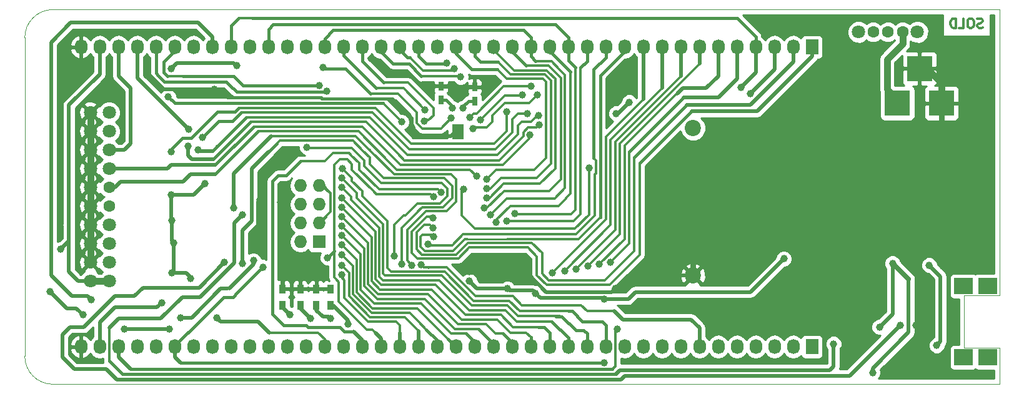
<source format=gbl>
G04 #@! TF.FileFunction,Copper,L2,Bot,Signal*
%FSLAX46Y46*%
G04 Gerber Fmt 4.6, Leading zero omitted, Abs format (unit mm)*
G04 Created by KiCad (PCBNEW (2015-01-16 BZR 5376)-product) date 12-Jul-16 12:06:51 PM*
%MOMM*%
G01*
G04 APERTURE LIST*
%ADD10C,0.150000*%
%ADD11C,0.300000*%
%ADD12C,0.100000*%
%ADD13R,1.727200X1.727200*%
%ADD14O,1.727200X1.727200*%
%ADD15R,2.500000X2.200000*%
%ADD16C,1.000760*%
%ADD17R,1.600000X2.000000*%
%ADD18C,2.200000*%
%ADD19R,0.750000X1.200000*%
%ADD20R,3.500120X3.500120*%
%ADD21R,1.727200X2.032000*%
%ADD22O,1.727200X2.032000*%
%ADD23C,1.800000*%
%ADD24C,1.600000*%
%ADD25R,0.900000X1.200000*%
%ADD26C,1.000000*%
%ADD27C,0.508000*%
%ADD28C,0.304800*%
%ADD29C,0.381000*%
%ADD30C,0.889000*%
%ADD31C,0.635000*%
%ADD32C,0.254000*%
%ADD33C,0.762000*%
G04 APERTURE END LIST*
D10*
D11*
X218712142Y-83699048D02*
X218530714Y-83759524D01*
X218228333Y-83759524D01*
X218107380Y-83699048D01*
X218046904Y-83638571D01*
X217986428Y-83517619D01*
X217986428Y-83396667D01*
X218046904Y-83275714D01*
X218107380Y-83215238D01*
X218228333Y-83154762D01*
X218470237Y-83094286D01*
X218591190Y-83033810D01*
X218651666Y-82973333D01*
X218712142Y-82852381D01*
X218712142Y-82731429D01*
X218651666Y-82610476D01*
X218591190Y-82550000D01*
X218470237Y-82489524D01*
X218167857Y-82489524D01*
X217986428Y-82550000D01*
X217200237Y-82489524D02*
X216958333Y-82489524D01*
X216837380Y-82550000D01*
X216716428Y-82670952D01*
X216655952Y-82912857D01*
X216655952Y-83336190D01*
X216716428Y-83578095D01*
X216837380Y-83699048D01*
X216958333Y-83759524D01*
X217200237Y-83759524D01*
X217321190Y-83699048D01*
X217442142Y-83578095D01*
X217502618Y-83336190D01*
X217502618Y-82912857D01*
X217442142Y-82670952D01*
X217321190Y-82550000D01*
X217200237Y-82489524D01*
X215506904Y-83759524D02*
X216111666Y-83759524D01*
X216111666Y-82489524D01*
X215083571Y-83759524D02*
X215083571Y-82489524D01*
X214781190Y-82489524D01*
X214599762Y-82550000D01*
X214478809Y-82670952D01*
X214418333Y-82791905D01*
X214357857Y-83033810D01*
X214357857Y-83215238D01*
X214418333Y-83457143D01*
X214478809Y-83578095D01*
X214599762Y-83699048D01*
X214781190Y-83759524D01*
X215083571Y-83759524D01*
D12*
X220980000Y-120015000D02*
X220980000Y-81280000D01*
X220980000Y-132080000D02*
X220980000Y-127127000D01*
X216154000Y-127127000D02*
X220980000Y-127127000D01*
X216154000Y-120015000D02*
X216154000Y-127127000D01*
X220980000Y-120015000D02*
X216154000Y-120015000D01*
X92710000Y-81280000D02*
X218440000Y-81280000D01*
X92710000Y-132080000D02*
X220980000Y-132080000D01*
X88900000Y-85090000D02*
X88900000Y-128270000D01*
X88900000Y-128270000D02*
G75*
G03X92710000Y-132080000I3810000J0D01*
G01*
X92710000Y-81280000D02*
G75*
G03X88900000Y-85090000I0J-3810000D01*
G01*
X218440000Y-81280000D02*
X220980000Y-81280000D01*
D13*
X128778000Y-112776000D03*
D14*
X126238000Y-112776000D03*
X128778000Y-110236000D03*
X126238000Y-110236000D03*
X128778000Y-107696000D03*
X126238000Y-107696000D03*
X128778000Y-105156000D03*
X126238000Y-105156000D03*
D15*
X216100000Y-128425000D03*
X219400000Y-128425000D03*
X216100000Y-118775000D03*
X219400000Y-118775000D03*
D16*
X146824700Y-94615000D03*
X148323300Y-94615000D03*
D17*
X147574000Y-97865000D03*
D18*
X179451000Y-97348040D03*
X179451000Y-117348000D03*
D19*
X149860000Y-93660000D03*
X149860000Y-91760000D03*
X145288000Y-93533000D03*
X145288000Y-91633000D03*
D20*
X207159860Y-93980000D03*
X213159340Y-93980000D03*
X210159600Y-89281000D03*
D21*
X195580000Y-86360000D03*
D22*
X193040000Y-86360000D03*
X190500000Y-86360000D03*
X187960000Y-86360000D03*
X185420000Y-86360000D03*
X182880000Y-86360000D03*
X180340000Y-86360000D03*
X177800000Y-86360000D03*
X175260000Y-86360000D03*
X172720000Y-86360000D03*
X170180000Y-86360000D03*
X167640000Y-86360000D03*
X165100000Y-86360000D03*
X162560000Y-86360000D03*
X160020000Y-86360000D03*
X157480000Y-86360000D03*
X154940000Y-86360000D03*
X152400000Y-86360000D03*
X149860000Y-86360000D03*
X147320000Y-86360000D03*
X144780000Y-86360000D03*
X142240000Y-86360000D03*
X139700000Y-86360000D03*
X137160000Y-86360000D03*
X134620000Y-86360000D03*
X132080000Y-86360000D03*
X129540000Y-86360000D03*
X127000000Y-86360000D03*
X124460000Y-86360000D03*
X121920000Y-86360000D03*
X119380000Y-86360000D03*
X116840000Y-86360000D03*
X114300000Y-86360000D03*
X111760000Y-86360000D03*
X109220000Y-86360000D03*
X106680000Y-86360000D03*
X104140000Y-86360000D03*
X101600000Y-86360000D03*
X99060000Y-86360000D03*
X96520000Y-86360000D03*
D23*
X100330000Y-118110000D03*
X97790000Y-118110000D03*
X100330000Y-115570000D03*
X97790000Y-115570000D03*
X100330000Y-113030000D03*
X97790000Y-113030000D03*
X100330000Y-110490000D03*
X97790000Y-110490000D03*
D24*
X100330000Y-107950000D03*
D23*
X97790000Y-107950000D03*
D24*
X100330000Y-105410000D03*
D23*
X97790000Y-105410000D03*
X100330000Y-102870000D03*
X97790000Y-102870000D03*
X100330000Y-100330000D03*
X97790000Y-100330000D03*
X100330000Y-97790000D03*
X97790000Y-97790000D03*
X100330000Y-95250000D03*
X97790000Y-95250000D03*
D21*
X195580000Y-127000000D03*
D22*
X193040000Y-127000000D03*
X190500000Y-127000000D03*
X187960000Y-127000000D03*
X185420000Y-127000000D03*
X182880000Y-127000000D03*
X180340000Y-127000000D03*
X177800000Y-127000000D03*
X175260000Y-127000000D03*
X172720000Y-127000000D03*
X170180000Y-127000000D03*
X167640000Y-127000000D03*
X165100000Y-127000000D03*
X162560000Y-127000000D03*
X160020000Y-127000000D03*
X157480000Y-127000000D03*
X154940000Y-127000000D03*
X152400000Y-127000000D03*
X149860000Y-127000000D03*
X147320000Y-127000000D03*
X144780000Y-127000000D03*
X142240000Y-127000000D03*
X139700000Y-127000000D03*
X137160000Y-127000000D03*
X134620000Y-127000000D03*
X132080000Y-127000000D03*
X129540000Y-127000000D03*
X127000000Y-127000000D03*
X124460000Y-127000000D03*
X121920000Y-127000000D03*
X119380000Y-127000000D03*
X116840000Y-127000000D03*
X114300000Y-127000000D03*
X111760000Y-127000000D03*
X109220000Y-127000000D03*
X106680000Y-127000000D03*
X104140000Y-127000000D03*
X101600000Y-127000000D03*
X99060000Y-127000000D03*
X96520000Y-127000000D03*
D25*
X130302000Y-121369000D03*
X130302000Y-119169000D03*
X128397000Y-121369000D03*
X128397000Y-119169000D03*
X126238000Y-121369000D03*
X126238000Y-119169000D03*
X123825000Y-121369000D03*
X123825000Y-119169000D03*
D24*
X207867000Y-84328000D03*
X205867000Y-84328000D03*
X203867000Y-84328000D03*
D23*
X201867000Y-84328000D03*
X209867000Y-84328000D03*
D26*
X203800000Y-130500000D03*
X204724000Y-124333000D03*
X109093000Y-112903000D03*
X111379000Y-117729000D03*
X113284000Y-104902000D03*
X170815000Y-93853000D03*
X108712000Y-89281000D03*
X117602000Y-88900000D03*
X139954000Y-96520000D03*
X108331000Y-93091000D03*
X169037000Y-95377000D03*
X191770000Y-115062000D03*
X167386000Y-120523000D03*
X149161500Y-118110000D03*
X154305000Y-119126000D03*
X158115000Y-119761000D03*
X108712000Y-106426000D03*
X108839000Y-109855000D03*
X108839000Y-116967000D03*
X206502000Y-115697000D03*
X93726000Y-113792000D03*
X212471000Y-126809500D03*
X109982000Y-123063000D03*
X107442000Y-121031000D03*
X119888000Y-115316000D03*
X211455000Y-115951000D03*
X150114000Y-103886000D03*
X185928000Y-91821000D03*
X92329000Y-119507000D03*
X96774000Y-122682000D03*
X102362000Y-124587000D03*
X108458000Y-124587000D03*
X114935000Y-123063000D03*
X143129000Y-94869000D03*
X151511000Y-106807000D03*
X143573500Y-113093500D03*
X144208500Y-110871000D03*
X143002000Y-96393000D03*
X151130000Y-108204000D03*
X144272000Y-112077500D03*
X144208500Y-109537500D03*
X154178000Y-95123000D03*
X108712000Y-100584000D03*
X157353000Y-98298000D03*
X158623000Y-96901000D03*
X110998000Y-99822000D03*
X158496000Y-95631000D03*
X112395000Y-100330000D03*
X187198000Y-92710000D03*
X97917000Y-120650000D03*
X121158000Y-116205000D03*
X167386000Y-129159000D03*
X129921000Y-114935000D03*
X144272000Y-106680000D03*
X117221000Y-108204000D03*
X141351000Y-115951000D03*
X146685000Y-96012000D03*
X129286000Y-89154000D03*
X156972000Y-95377000D03*
X113000000Y-98600000D03*
X209677000Y-124079000D03*
X210566000Y-118808500D03*
X120523000Y-111379000D03*
X120777000Y-107061000D03*
X123571000Y-107442000D03*
X136906000Y-88773000D03*
X141351000Y-97282000D03*
X169164000Y-93472000D03*
X168910000Y-90043000D03*
X204724000Y-100711000D03*
X196469000Y-94361000D03*
X189103000Y-97409000D03*
X193040000Y-93091000D03*
X168910000Y-119126000D03*
X156908500Y-117094000D03*
X149098000Y-116840000D03*
X105537000Y-89916000D03*
X114554000Y-92075000D03*
X129794000Y-92329000D03*
X128778000Y-91567000D03*
X127127000Y-99949000D03*
X111125000Y-97536000D03*
X138938000Y-114681000D03*
X118364000Y-115697000D03*
X139954000Y-115824000D03*
X165354000Y-102743000D03*
X148336000Y-105664000D03*
X150622000Y-96266000D03*
X156337000Y-92837000D03*
X157480000Y-91694000D03*
X149225000Y-95885000D03*
X149606000Y-97409000D03*
X158369000Y-92837000D03*
X132715000Y-123952000D03*
X130302000Y-123190000D03*
X127635000Y-123190000D03*
X124841000Y-122682000D03*
X168275000Y-115570000D03*
X166751000Y-115824000D03*
X151511000Y-105537000D03*
X151511000Y-104267000D03*
X146050000Y-88519000D03*
X147066000Y-89281000D03*
X147955000Y-90424000D03*
X142621000Y-115887500D03*
X131953000Y-102870000D03*
X131826000Y-104140000D03*
X131826000Y-105410000D03*
X131826000Y-106807000D03*
X131826000Y-108077000D03*
X131826000Y-109347000D03*
X131826000Y-110617000D03*
X131826000Y-111887000D03*
X131826000Y-113157000D03*
X131826000Y-114554000D03*
X131826000Y-115951000D03*
X131826000Y-117221000D03*
X145288000Y-106045000D03*
X169164000Y-124587000D03*
X207518000Y-124079000D03*
X115951000Y-115570000D03*
X118364000Y-109093000D03*
X198501000Y-126619000D03*
X165227000Y-116078000D03*
X163576000Y-116459000D03*
X162052000Y-116713000D03*
X160401000Y-116967000D03*
X154178000Y-109982000D03*
X155321000Y-108966000D03*
X152781000Y-110109000D03*
X152019000Y-109093000D03*
D27*
X208661000Y-125039000D02*
X203800000Y-129900000D01*
X203800000Y-129900000D02*
X203800000Y-130500000D01*
X208661000Y-124000000D02*
X208661000Y-125039000D01*
X206502000Y-122555000D02*
X206502000Y-115697000D01*
X204724000Y-124333000D02*
X206502000Y-122555000D01*
X111379000Y-117729000D02*
X111379000Y-117602000D01*
X110744000Y-116967000D02*
X108839000Y-116967000D01*
X111379000Y-117602000D02*
X110744000Y-116967000D01*
X109093000Y-112903000D02*
X109093000Y-116713000D01*
X109093000Y-116713000D02*
X108839000Y-116967000D01*
X108839000Y-109855000D02*
X108839000Y-112649000D01*
X108839000Y-112649000D02*
X109093000Y-112903000D01*
X108712000Y-106426000D02*
X108712000Y-109728000D01*
X108712000Y-109728000D02*
X108839000Y-109855000D01*
X113284000Y-104902000D02*
X111760000Y-106426000D01*
X111760000Y-106426000D02*
X108712000Y-106426000D01*
D28*
X111760000Y-106426000D02*
X108712000Y-106426000D01*
X169037000Y-95377000D02*
X169291000Y-95377000D01*
D27*
X169291000Y-95377000D02*
X170815000Y-93853000D01*
X111633000Y-88519000D02*
X109474000Y-88519000D01*
X109474000Y-88519000D02*
X108712000Y-89281000D01*
X117221000Y-88519000D02*
X111633000Y-88519000D01*
D28*
X111633000Y-88519000D02*
X111252000Y-88519000D01*
D27*
X117602000Y-88900000D02*
X117221000Y-88519000D01*
D28*
X139954000Y-96520000D02*
X137414000Y-93980000D01*
D29*
X137414000Y-93980000D02*
X109220000Y-93980000D01*
X109220000Y-93980000D02*
X108331000Y-93091000D01*
D27*
X169164000Y-95377000D02*
X169037000Y-95377000D01*
X171640500Y-119570500D02*
X187261500Y-119570500D01*
X187261500Y-119570500D02*
X191770000Y-115062000D01*
X167386000Y-120523000D02*
X170688000Y-120523000D01*
X170688000Y-120523000D02*
X171640500Y-119570500D01*
X167259000Y-120396000D02*
X158750000Y-120396000D01*
X158750000Y-120396000D02*
X158115000Y-119761000D01*
D28*
X167386000Y-120523000D02*
X167259000Y-120396000D01*
D27*
X150177500Y-119126000D02*
X154305000Y-119126000D01*
X149161500Y-118110000D02*
X150177500Y-119126000D01*
D28*
X154305000Y-119126000D02*
X154559000Y-119380000D01*
D27*
X157734000Y-119380000D02*
X158115000Y-119761000D01*
X154559000Y-119380000D02*
X157734000Y-119380000D01*
D29*
X108839000Y-116967000D02*
X109093000Y-116713000D01*
D27*
X94869000Y-94234000D02*
X99060000Y-90043000D01*
X99060000Y-90043000D02*
X99060000Y-86360000D01*
X94869000Y-110490000D02*
X94869000Y-94234000D01*
X94869000Y-116840000D02*
X94869000Y-110490000D01*
X97790000Y-118110000D02*
X96139000Y-118110000D01*
X96139000Y-118110000D02*
X94869000Y-116840000D01*
D30*
X97790000Y-118110000D02*
X100330000Y-118110000D01*
D31*
X206502000Y-115697000D02*
X208661000Y-117856000D01*
D27*
X208661000Y-117856000D02*
X208661000Y-124000000D01*
X93726000Y-113792000D02*
X94869000Y-112649000D01*
D28*
X94869000Y-112649000D02*
X94869000Y-110617000D01*
X94869000Y-110617000D02*
X94742000Y-110490000D01*
X94742000Y-110490000D02*
X94869000Y-110490000D01*
D27*
X212979000Y-126301500D02*
X212979000Y-117792500D01*
X212471000Y-126809500D02*
X212979000Y-126301500D01*
X119888000Y-115316000D02*
X119888000Y-115824000D01*
X119888000Y-115824000D02*
X119253000Y-116459000D01*
X101092000Y-121666000D02*
X106807000Y-121666000D01*
X101092000Y-121666000D02*
X99060000Y-123698000D01*
X99060000Y-127000000D02*
X99060000Y-123698000D01*
X109982000Y-123063000D02*
X111506000Y-123063000D01*
X111506000Y-123063000D02*
X115443000Y-119126000D01*
X115443000Y-119126000D02*
X116332000Y-119126000D01*
X106807000Y-121666000D02*
X107442000Y-121031000D01*
D28*
X116586000Y-119126000D02*
X116332000Y-119126000D01*
D27*
X119253000Y-116459000D02*
X116586000Y-119126000D01*
D28*
X116332000Y-119126000D02*
X115951000Y-119126000D01*
X115951000Y-119126000D02*
X115824000Y-119126000D01*
D27*
X212979000Y-117475000D02*
X211455000Y-115951000D01*
X212979000Y-117792500D02*
X212979000Y-117475000D01*
X100330000Y-105410000D02*
X101092000Y-105410000D01*
D29*
X120523000Y-97790000D02*
X116713000Y-101600000D01*
D28*
X130683000Y-97790000D02*
X120523000Y-97790000D01*
X138557000Y-102235000D02*
X134112000Y-97790000D01*
X134112000Y-97790000D02*
X130683000Y-97790000D01*
X149225000Y-102997000D02*
X139319000Y-102997000D01*
X139319000Y-102997000D02*
X138557000Y-102235000D01*
X150114000Y-103886000D02*
X149225000Y-102997000D01*
D27*
X114681000Y-103632000D02*
X111379000Y-103632000D01*
D29*
X116713000Y-101600000D02*
X114681000Y-103632000D01*
D27*
X110363000Y-104648000D02*
X111379000Y-103632000D01*
X101854000Y-104648000D02*
X110363000Y-104648000D01*
X101092000Y-105410000D02*
X101854000Y-104648000D01*
X187960000Y-89789000D02*
X187960000Y-86360000D01*
X185928000Y-91821000D02*
X187960000Y-89789000D01*
D29*
X187960000Y-84963000D02*
X185420000Y-82423000D01*
D28*
X119761000Y-82423000D02*
X119634000Y-82423000D01*
D29*
X185420000Y-82423000D02*
X119761000Y-82423000D01*
X187960000Y-86360000D02*
X187960000Y-84963000D01*
X117856000Y-82423000D02*
X116840000Y-83439000D01*
X116840000Y-83439000D02*
X116840000Y-86360000D01*
D28*
X119761000Y-82423000D02*
X117856000Y-82423000D01*
D27*
X108458000Y-124587000D02*
X102362000Y-124587000D01*
X94615000Y-121793000D02*
X92329000Y-119507000D01*
X95885000Y-121793000D02*
X94615000Y-121793000D01*
X96774000Y-122682000D02*
X95885000Y-121793000D01*
X120523000Y-123571000D02*
X115443000Y-123571000D01*
D28*
X128651000Y-125095000D02*
X122047000Y-125095000D01*
D27*
X122047000Y-125095000D02*
X120523000Y-123571000D01*
D28*
X129540000Y-125984000D02*
X128651000Y-125095000D01*
X108458000Y-124587000D02*
X108331000Y-124714000D01*
D27*
X115443000Y-123571000D02*
X114935000Y-123063000D01*
D28*
X129540000Y-127000000D02*
X129540000Y-125984000D01*
D29*
X132080000Y-86360000D02*
X132080000Y-87503000D01*
X132080000Y-87503000D02*
X133223000Y-88646000D01*
D28*
X143129000Y-94869000D02*
X140208000Y-91948000D01*
X140208000Y-91948000D02*
X136525000Y-91948000D01*
D29*
X136525000Y-91948000D02*
X133223000Y-88646000D01*
D28*
X133223000Y-88646000D02*
X132080000Y-87503000D01*
D32*
X152400000Y-86741000D02*
X152400000Y-86360000D01*
D28*
X159956500Y-89852500D02*
X159639000Y-89535000D01*
X159639000Y-89535000D02*
X155194000Y-89535000D01*
X155194000Y-89535000D02*
X152400000Y-86741000D01*
X151892000Y-106807000D02*
X153797000Y-104902000D01*
X153797000Y-104902000D02*
X158686500Y-104902000D01*
X158686500Y-104902000D02*
X160782000Y-102806500D01*
X160782000Y-102806500D02*
X160782000Y-90678000D01*
X160782000Y-90678000D02*
X159956500Y-89852500D01*
X151511000Y-106807000D02*
X151892000Y-106807000D01*
X148272500Y-111760000D02*
X148971000Y-111760000D01*
X146812000Y-113220500D02*
X148272500Y-111760000D01*
X143700500Y-113220500D02*
X146812000Y-113220500D01*
X143573500Y-113093500D02*
X143700500Y-113220500D01*
X161290000Y-111760000D02*
X163576000Y-111760000D01*
X163576000Y-111760000D02*
X165798500Y-109537500D01*
X153670000Y-111760000D02*
X161290000Y-111760000D01*
X148971000Y-111760000D02*
X153670000Y-111760000D01*
X153670000Y-111760000D02*
X154305000Y-111760000D01*
D32*
X167640000Y-86995000D02*
X167640000Y-86360000D01*
D28*
X166179500Y-109156500D02*
X166179500Y-103632000D01*
X166179500Y-103632000D02*
X166306500Y-103505000D01*
X166306500Y-103505000D02*
X166306500Y-101727000D01*
X166306500Y-101727000D02*
X165989000Y-101409500D01*
D29*
X165989000Y-101409500D02*
X165989000Y-89408000D01*
X165989000Y-89408000D02*
X167640000Y-87757000D01*
X167640000Y-87757000D02*
X167640000Y-86360000D01*
D28*
X165798500Y-109537500D02*
X166179500Y-109156500D01*
D27*
X178562000Y-94234000D02*
X187198000Y-94234000D01*
X187198000Y-94234000D02*
X191262000Y-90170000D01*
D28*
X142494000Y-110998000D02*
X141986000Y-111506000D01*
X141986000Y-111506000D02*
X141986000Y-112141000D01*
X141986000Y-112141000D02*
X141986000Y-113792000D01*
X141986000Y-113792000D02*
X142684500Y-114490500D01*
X142684500Y-114490500D02*
X147383500Y-114490500D01*
X159004000Y-116268500D02*
X159004000Y-117094000D01*
X159004000Y-117094000D02*
X159893000Y-117983000D01*
X147383500Y-114490500D02*
X148971000Y-112903000D01*
X148971000Y-112903000D02*
X157607000Y-112903000D01*
X157607000Y-112903000D02*
X159004000Y-114300000D01*
X159004000Y-114300000D02*
X159004000Y-116268500D01*
X159893000Y-117983000D02*
X167513000Y-117983000D01*
X167513000Y-117983000D02*
X171450000Y-114046000D01*
X171450000Y-114046000D02*
X171450000Y-101346000D01*
D29*
X171450000Y-101346000D02*
X178562000Y-94234000D01*
D27*
X191262000Y-90170000D02*
X193040000Y-88392000D01*
X193040000Y-88392000D02*
X193040000Y-86360000D01*
D28*
X143065500Y-110426500D02*
X142494000Y-110998000D01*
X143764000Y-110426500D02*
X143065500Y-110426500D01*
X144208500Y-110871000D02*
X143764000Y-110426500D01*
X139446000Y-91186000D02*
X140843000Y-91186000D01*
X140843000Y-91186000D02*
X144272000Y-94615000D01*
D29*
X134620000Y-88265000D02*
X134620000Y-86360000D01*
X137541000Y-91186000D02*
X134620000Y-88265000D01*
D28*
X139446000Y-91186000D02*
X137541000Y-91186000D01*
X143002000Y-96393000D02*
X143129000Y-96266000D01*
X143129000Y-96266000D02*
X143637000Y-96266000D01*
X143637000Y-96266000D02*
X144272000Y-95631000D01*
X144272000Y-95631000D02*
X144272000Y-94615000D01*
D29*
X156845000Y-88900000D02*
X154940000Y-86995000D01*
D28*
X159893000Y-88900000D02*
X156845000Y-88900000D01*
X160147000Y-89154000D02*
X159893000Y-88900000D01*
D32*
X154940000Y-86995000D02*
X154940000Y-86360000D01*
D28*
X151511000Y-108204000D02*
X153860500Y-105854500D01*
X153860500Y-105854500D02*
X159956500Y-105854500D01*
X159956500Y-105854500D02*
X161544000Y-104267000D01*
X161544000Y-104267000D02*
X161544000Y-90551000D01*
X161544000Y-90551000D02*
X160147000Y-89154000D01*
X151130000Y-108204000D02*
X151511000Y-108204000D01*
X144589500Y-113995199D02*
X146926301Y-113995199D01*
X148526500Y-112395000D02*
X148907500Y-112395000D01*
X146926301Y-113995199D02*
X148526500Y-112395000D01*
X142557500Y-112585500D02*
X142557500Y-113411000D01*
X142557500Y-113411000D02*
X143141699Y-113995199D01*
X143141699Y-113995199D02*
X144589500Y-113995199D01*
X144589500Y-113995199D02*
X144830801Y-113995199D01*
X142557500Y-112077500D02*
X142557500Y-112585500D01*
X142811500Y-111823500D02*
X142557500Y-112077500D01*
X144018000Y-111823500D02*
X142811500Y-111823500D01*
X144272000Y-112077500D02*
X144018000Y-111823500D01*
X162306000Y-112395000D02*
X163957000Y-112395000D01*
D32*
X148907500Y-112395000D02*
X154305000Y-112395000D01*
D28*
X154305000Y-112395000D02*
X162306000Y-112395000D01*
X163957000Y-112395000D02*
X166878000Y-109474000D01*
D29*
X166878000Y-109474000D02*
X166878000Y-98869500D01*
D32*
X170180000Y-86360000D02*
X170180000Y-86360000D01*
D28*
X170180000Y-86931500D02*
X170180000Y-86360000D01*
D29*
X166878000Y-90233500D02*
X170180000Y-86931500D01*
X166878000Y-98869500D02*
X166878000Y-90233500D01*
D27*
X179260500Y-95059500D02*
X188150500Y-95059500D01*
X188150500Y-95059500D02*
X192405000Y-90805000D01*
D28*
X149161500Y-113538000D02*
X149479000Y-113538000D01*
X147701000Y-114998500D02*
X149161500Y-113538000D01*
X142875000Y-114998500D02*
X147701000Y-114998500D01*
X142303500Y-110426500D02*
X141351000Y-111379000D01*
X142811500Y-109918500D02*
X142303500Y-110426500D01*
X141351000Y-111379000D02*
X141351000Y-112903000D01*
X143383000Y-109347000D02*
X142811500Y-109918500D01*
X144018000Y-109347000D02*
X143383000Y-109347000D01*
X144208500Y-109537500D02*
X144018000Y-109347000D01*
X141351000Y-112903000D02*
X141351000Y-114236500D01*
D27*
X192405000Y-90805000D02*
X195580000Y-87630000D01*
D29*
X172212000Y-102108000D02*
X179260500Y-95059500D01*
D28*
X172212000Y-114554000D02*
X172212000Y-102108000D01*
X168148000Y-118618000D02*
X172212000Y-114554000D01*
X159639000Y-118618000D02*
X168148000Y-118618000D01*
X158305500Y-117284500D02*
X159639000Y-118618000D01*
X158305500Y-114744500D02*
X158305500Y-117284500D01*
X157099000Y-113538000D02*
X158305500Y-114744500D01*
X149479000Y-113538000D02*
X157099000Y-113538000D01*
D27*
X195580000Y-87630000D02*
X195580000Y-86360000D01*
D28*
X141351000Y-112903000D02*
X141351000Y-112966500D01*
X142113000Y-114998500D02*
X141351000Y-114236500D01*
X142875000Y-114998500D02*
X142113000Y-114998500D01*
X154178000Y-95123000D02*
X154178000Y-97790000D01*
X154178000Y-97790000D02*
X152527000Y-99441000D01*
X152527000Y-99441000D02*
X141224000Y-99441000D01*
X141224000Y-99441000D02*
X136398000Y-94615000D01*
X136398000Y-94615000D02*
X117856000Y-94615000D01*
D29*
X110236000Y-98679000D02*
X108712000Y-100203000D01*
D28*
X108712000Y-100203000D02*
X108712000Y-100584000D01*
X120650000Y-94615000D02*
X117856000Y-94615000D01*
X108712000Y-100203000D02*
X108712000Y-100584000D01*
X110236000Y-98679000D02*
X108712000Y-100203000D01*
X151257000Y-99441000D02*
X151257000Y-99441000D01*
X151257000Y-99441000D02*
X141224000Y-99441000D01*
X141224000Y-99441000D02*
X136398000Y-94615000D01*
X136398000Y-94615000D02*
X120650000Y-94615000D01*
D29*
X111421000Y-98679000D02*
X112800000Y-97300000D01*
X111200000Y-98679000D02*
X111421000Y-98679000D01*
X111200000Y-98679000D02*
X110236000Y-98679000D01*
X115000000Y-95100000D02*
X117371000Y-95100000D01*
X117371000Y-95100000D02*
X117856000Y-94615000D01*
X112800000Y-97300000D02*
X115000000Y-95100000D01*
D27*
X114681000Y-102362000D02*
X108712000Y-102362000D01*
X108712000Y-102362000D02*
X108204000Y-102870000D01*
D28*
X131318000Y-97155000D02*
X119888000Y-97155000D01*
D29*
X119888000Y-97155000D02*
X114681000Y-102362000D01*
D27*
X108204000Y-102870000D02*
X100330000Y-102870000D01*
D28*
X138938000Y-101473000D02*
X134620000Y-97155000D01*
X134620000Y-97155000D02*
X131318000Y-97155000D01*
X139827000Y-102362000D02*
X138938000Y-101473000D01*
X153162000Y-102362000D02*
X139827000Y-102362000D01*
X157353000Y-98298000D02*
X157226000Y-98425000D01*
X157226000Y-98425000D02*
X157226000Y-98806000D01*
X157226000Y-98806000D02*
X153670000Y-102362000D01*
X153670000Y-102362000D02*
X153162000Y-102362000D01*
X158623000Y-96901000D02*
X158242000Y-97282000D01*
X158242000Y-97282000D02*
X157099000Y-97282000D01*
X153162000Y-101727000D02*
X152527000Y-101727000D01*
X156464000Y-98425000D02*
X153162000Y-101727000D01*
X156464000Y-97917000D02*
X156464000Y-98425000D01*
X157099000Y-97282000D02*
X156464000Y-97917000D01*
X152908000Y-101727000D02*
X152527000Y-101727000D01*
X158623000Y-96901000D02*
X158242000Y-97282000D01*
X121158000Y-96520000D02*
X119507000Y-96520000D01*
D27*
X110998000Y-101092000D02*
X110998000Y-99822000D01*
X111506000Y-101600000D02*
X110998000Y-101092000D01*
X114427000Y-101600000D02*
X111506000Y-101600000D01*
D29*
X119507000Y-96520000D02*
X114427000Y-101600000D01*
D28*
X152527000Y-101727000D02*
X140335000Y-101727000D01*
X140335000Y-101727000D02*
X139446000Y-100838000D01*
X135128000Y-96520000D02*
X131826000Y-96520000D01*
X139446000Y-100838000D02*
X135128000Y-96520000D01*
X131826000Y-96520000D02*
X121158000Y-96520000D01*
X158496000Y-95631000D02*
X158369000Y-95631000D01*
X155702000Y-98171000D02*
X152908000Y-100965000D01*
X155702000Y-97028000D02*
X155702000Y-98171000D01*
X156210000Y-96520000D02*
X155702000Y-97028000D01*
X157480000Y-96520000D02*
X156210000Y-96520000D01*
X158369000Y-95631000D02*
X157480000Y-96520000D01*
D29*
X114998500Y-99758500D02*
X114300000Y-100457000D01*
D27*
X112522000Y-100457000D02*
X112395000Y-100330000D01*
X114300000Y-100457000D02*
X112522000Y-100457000D01*
D28*
X152146000Y-100965000D02*
X140716000Y-100965000D01*
X152908000Y-100965000D02*
X152146000Y-100965000D01*
X140335000Y-100584000D02*
X135636000Y-95885000D01*
X135636000Y-95885000D02*
X132207000Y-95885000D01*
X140716000Y-100965000D02*
X140335000Y-100584000D01*
X132461000Y-95885000D02*
X132207000Y-95885000D01*
X132207000Y-95885000D02*
X118872000Y-95885000D01*
D29*
X118872000Y-95885000D02*
X114998500Y-99758500D01*
D28*
X114998500Y-99758500D02*
X114935000Y-99822000D01*
D27*
X190500000Y-89408000D02*
X190500000Y-86360000D01*
X187198000Y-92710000D02*
X190500000Y-89408000D01*
X114300000Y-84963000D02*
X114300000Y-86360000D01*
X112395000Y-83058000D02*
X114300000Y-84963000D01*
X95123000Y-83058000D02*
X112395000Y-83058000D01*
X92456000Y-85725000D02*
X95123000Y-83058000D01*
X92456000Y-117348000D02*
X92456000Y-85725000D01*
X95250000Y-120142000D02*
X92456000Y-117348000D01*
X97409000Y-120142000D02*
X95250000Y-120142000D01*
X97917000Y-120650000D02*
X97409000Y-120142000D01*
D29*
X112776000Y-123317000D02*
X115824000Y-120269000D01*
X117094000Y-120269000D02*
X117729000Y-119634000D01*
X115824000Y-120269000D02*
X117094000Y-120269000D01*
X112776000Y-123317000D02*
X109283500Y-126809500D01*
X120523000Y-116840000D02*
X117729000Y-119634000D01*
D28*
X120523000Y-116840000D02*
X120523000Y-116840000D01*
D29*
X121158000Y-116205000D02*
X120523000Y-116840000D01*
D28*
X109220000Y-126746000D02*
X109220000Y-127000000D01*
D29*
X164338000Y-129159000D02*
X109982000Y-129159000D01*
X167386000Y-129159000D02*
X164338000Y-129159000D01*
D27*
X109220000Y-128397000D02*
X109220000Y-127000000D01*
X109982000Y-129159000D02*
X109220000Y-128397000D01*
D29*
X130810000Y-114046000D02*
X129921000Y-114935000D01*
D28*
X130810000Y-113538000D02*
X130810000Y-114046000D01*
X143002000Y-106299000D02*
X142367000Y-106299000D01*
X142367000Y-106299000D02*
X136525000Y-106299000D01*
X143891000Y-106299000D02*
X143002000Y-106299000D01*
X144272000Y-106680000D02*
X143891000Y-106299000D01*
X132334000Y-101600000D02*
X131572000Y-101600000D01*
X131572000Y-101600000D02*
X130810000Y-102362000D01*
X130810000Y-102362000D02*
X130810000Y-113538000D01*
X130810000Y-113538000D02*
X130810000Y-114681000D01*
X130810000Y-117602000D02*
X131064000Y-117856000D01*
X131064000Y-117856000D02*
X131445000Y-118237000D01*
X131445000Y-118237000D02*
X131445000Y-120904000D01*
X131445000Y-120904000D02*
X135255000Y-124714000D01*
X135255000Y-124714000D02*
X136017000Y-124714000D01*
X136398000Y-125095000D02*
X137160000Y-125857000D01*
X136017000Y-124714000D02*
X136398000Y-125095000D01*
X130810000Y-114681000D02*
X130810000Y-117602000D01*
X133223000Y-102616000D02*
X133223000Y-102235000D01*
X132588000Y-101600000D02*
X132334000Y-101600000D01*
X133223000Y-102235000D02*
X132588000Y-101600000D01*
X136525000Y-106299000D02*
X136144000Y-105918000D01*
X133223000Y-102997000D02*
X133223000Y-102616000D01*
X136525000Y-106299000D02*
X136144000Y-105918000D01*
X136144000Y-105918000D02*
X133223000Y-102997000D01*
D27*
X137160000Y-125857000D02*
X136398000Y-125095000D01*
X137160000Y-127000000D02*
X137160000Y-125857000D01*
D28*
X123317000Y-98425000D02*
X122301000Y-98425000D01*
D27*
X117221000Y-103505000D02*
X117221000Y-108204000D01*
X122301000Y-98425000D02*
X117221000Y-103505000D01*
D28*
X135763000Y-100457000D02*
X134493000Y-99187000D01*
X133731000Y-98425000D02*
X123317000Y-98425000D01*
X134493000Y-99187000D02*
X133731000Y-98425000D01*
X138938000Y-103632000D02*
X135763000Y-100457000D01*
X135763000Y-100457000D02*
X135636000Y-100330000D01*
X146685000Y-103632000D02*
X138938000Y-103632000D01*
X147320000Y-104267000D02*
X146685000Y-103632000D01*
X147320000Y-107315000D02*
X147320000Y-104267000D01*
X146050000Y-108585000D02*
X147320000Y-107315000D01*
X143256000Y-108585000D02*
X146050000Y-108585000D01*
X140716000Y-111125000D02*
X143256000Y-108585000D01*
X140716000Y-115316000D02*
X140716000Y-111125000D01*
X141351000Y-115951000D02*
X140716000Y-115316000D01*
D27*
X100330000Y-100330000D02*
X102362000Y-100330000D01*
X102362000Y-100330000D02*
X103251000Y-99441000D01*
X103251000Y-99441000D02*
X103251000Y-91948000D01*
X103251000Y-91948000D02*
X101600000Y-90297000D01*
X101600000Y-90297000D02*
X101600000Y-86360000D01*
D28*
X141986000Y-95250000D02*
X139446000Y-92710000D01*
D29*
X135763000Y-92710000D02*
X132969000Y-89916000D01*
D28*
X137795000Y-92710000D02*
X135763000Y-92710000D01*
X142748000Y-97409000D02*
X141986000Y-96647000D01*
X145288000Y-97409000D02*
X142748000Y-97409000D01*
X146685000Y-96012000D02*
X145288000Y-97409000D01*
X141986000Y-96647000D02*
X141986000Y-95250000D01*
X139446000Y-92710000D02*
X137795000Y-92710000D01*
X132969000Y-89916000D02*
X132715000Y-89662000D01*
D29*
X132334000Y-89281000D02*
X129413000Y-89281000D01*
X132334000Y-89281000D02*
X132969000Y-89916000D01*
X129413000Y-89281000D02*
X129286000Y-89154000D01*
D28*
X103251000Y-99441000D02*
X102362000Y-100330000D01*
X101600000Y-86360000D02*
X101600000Y-89408000D01*
X152654000Y-100203000D02*
X152019000Y-100203000D01*
X140462000Y-99695000D02*
X136017000Y-95250000D01*
X136017000Y-95250000D02*
X132461000Y-95250000D01*
X140970000Y-100203000D02*
X140462000Y-99695000D01*
X152019000Y-100203000D02*
X140970000Y-100203000D01*
D29*
X118237000Y-95250000D02*
X117043500Y-96443500D01*
D28*
X119761000Y-95250000D02*
X118237000Y-95250000D01*
X155702000Y-95377000D02*
X154940000Y-96139000D01*
X154940000Y-96139000D02*
X154940000Y-97917000D01*
X154940000Y-97917000D02*
X152654000Y-100203000D01*
X156972000Y-95377000D02*
X155702000Y-95377000D01*
X132461000Y-95250000D02*
X119761000Y-95250000D01*
D29*
X113000000Y-98600000D02*
X115156500Y-96443500D01*
X115156500Y-96443500D02*
X117043500Y-96443500D01*
D27*
X209677000Y-124079000D02*
X210248500Y-124079000D01*
X210693000Y-118935500D02*
X210566000Y-118808500D01*
X210693000Y-123634500D02*
X210693000Y-118935500D01*
X210248500Y-124079000D02*
X210693000Y-123634500D01*
D33*
X204724000Y-100711000D02*
X209169000Y-100711000D01*
X213159340Y-96720660D02*
X213159340Y-93980000D01*
X209169000Y-100711000D02*
X213159340Y-96720660D01*
X204724000Y-100711000D02*
X204724000Y-100457000D01*
X198628000Y-94361000D02*
X196469000Y-94361000D01*
X204724000Y-100457000D02*
X198628000Y-94361000D01*
D29*
X138684000Y-93345000D02*
X141351000Y-96012000D01*
X114554000Y-92075000D02*
X115189000Y-92075000D01*
X141351000Y-96012000D02*
X141351000Y-97282000D01*
X129159000Y-93345000D02*
X138684000Y-93345000D01*
X129032000Y-93218000D02*
X129159000Y-93345000D01*
X116332000Y-93218000D02*
X129032000Y-93218000D01*
X115189000Y-92075000D02*
X116332000Y-93218000D01*
D27*
X120523000Y-107315000D02*
X120523000Y-111379000D01*
D28*
X120777000Y-107061000D02*
X120523000Y-107315000D01*
D27*
X123825000Y-108839000D02*
X123825000Y-107696000D01*
X123825000Y-119169000D02*
X123825000Y-111760000D01*
D28*
X123825000Y-111760000D02*
X123825000Y-111633000D01*
D27*
X123825000Y-108839000D02*
X123825000Y-111633000D01*
X123825000Y-107696000D02*
X123571000Y-107442000D01*
X126238000Y-119169000D02*
X123825000Y-119169000D01*
X128397000Y-119169000D02*
X126238000Y-119169000D01*
X130302000Y-119169000D02*
X128397000Y-119169000D01*
D33*
X179451000Y-117348000D02*
X179451000Y-114046000D01*
X189103000Y-104394000D02*
X189103000Y-97409000D01*
X179451000Y-114046000D02*
X189103000Y-104394000D01*
D29*
X140716000Y-89662000D02*
X137795000Y-89662000D01*
X137795000Y-89662000D02*
X136906000Y-88773000D01*
X141986000Y-90932000D02*
X140716000Y-89662000D01*
X169164000Y-90297000D02*
X169164000Y-93472000D01*
X168910000Y-90043000D02*
X169164000Y-90297000D01*
D33*
X195199000Y-93091000D02*
X193040000Y-93091000D01*
X196469000Y-94361000D02*
X195199000Y-93091000D01*
X193040000Y-93091000D02*
X193040000Y-93980000D01*
X193040000Y-93980000D02*
X189611000Y-97409000D01*
D28*
X189611000Y-97409000D02*
X189103000Y-97409000D01*
D33*
X213159340Y-95577660D02*
X213159340Y-93980000D01*
D27*
X170751500Y-117348000D02*
X179451000Y-117348000D01*
D28*
X168910000Y-119126000D02*
X168973500Y-119126000D01*
D27*
X168973500Y-119126000D02*
X170751500Y-117348000D01*
X167640000Y-119570500D02*
X168465500Y-119570500D01*
X168465500Y-119570500D02*
X168910000Y-119126000D01*
D28*
X156908500Y-117094000D02*
X157099000Y-117094000D01*
D27*
X159575500Y-119570500D02*
X167640000Y-119570500D01*
D28*
X167640000Y-119570500D02*
X167767000Y-119570500D01*
D27*
X157099000Y-117094000D02*
X159575500Y-119570500D01*
X155448000Y-116840000D02*
X156654500Y-116840000D01*
D28*
X156654500Y-116840000D02*
X156908500Y-117094000D01*
D27*
X149098000Y-116840000D02*
X155448000Y-116840000D01*
D28*
X155448000Y-116840000D02*
X155702000Y-116840000D01*
D27*
X114554000Y-92075000D02*
X107696000Y-92075000D01*
X107696000Y-92075000D02*
X105537000Y-89916000D01*
D31*
X210159600Y-89281000D02*
X211201000Y-89281000D01*
D30*
X211201000Y-89281000D02*
X213159340Y-91239340D01*
X213159340Y-91239340D02*
X213159340Y-93980000D01*
X97790000Y-95250000D02*
X97790000Y-97790000D01*
X97790000Y-97790000D02*
X97790000Y-100330000D01*
X97790000Y-100330000D02*
X97790000Y-102870000D01*
X97790000Y-102870000D02*
X97790000Y-105410000D01*
X97790000Y-105410000D02*
X97790000Y-107950000D01*
X97790000Y-107950000D02*
X97790000Y-110490000D01*
X97790000Y-110490000D02*
X97790000Y-113030000D01*
X97790000Y-113030000D02*
X97790000Y-115570000D01*
D27*
X145415000Y-91760000D02*
X145288000Y-91633000D01*
X149860000Y-91760000D02*
X145415000Y-91760000D01*
D29*
X142687000Y-91633000D02*
X141986000Y-90932000D01*
X145288000Y-91633000D02*
X142687000Y-91633000D01*
D27*
X146685000Y-98425000D02*
X142240000Y-98425000D01*
X147245000Y-97865000D02*
X146685000Y-98425000D01*
X141351000Y-97536000D02*
X141351000Y-97282000D01*
X142240000Y-98425000D02*
X141351000Y-97536000D01*
X147574000Y-97865000D02*
X147245000Y-97865000D01*
D29*
X116649500Y-91503500D02*
X116205000Y-91059000D01*
X107823000Y-91059000D02*
X107061000Y-90297000D01*
X116205000Y-91059000D02*
X107823000Y-91059000D01*
X106680000Y-86360000D02*
X106680000Y-89916000D01*
X106680000Y-89916000D02*
X107061000Y-90297000D01*
X129667000Y-92456000D02*
X128651000Y-92456000D01*
D28*
X129794000Y-92329000D02*
X129667000Y-92456000D01*
D29*
X120650000Y-92456000D02*
X117602000Y-92456000D01*
X117602000Y-92456000D02*
X116649500Y-91503500D01*
X128651000Y-92456000D02*
X120650000Y-92456000D01*
D28*
X129032000Y-92456000D02*
X128651000Y-92456000D01*
X109220000Y-86868000D02*
X109220000Y-86360000D01*
D29*
X128778000Y-91567000D02*
X127381000Y-91567000D01*
X127381000Y-91567000D02*
X118491000Y-91567000D01*
X118491000Y-91567000D02*
X117983000Y-91059000D01*
X107696000Y-88646000D02*
X107696000Y-88392000D01*
X107696000Y-88392000D02*
X109220000Y-86868000D01*
X117221000Y-90297000D02*
X110363000Y-90297000D01*
X117983000Y-91059000D02*
X117221000Y-90297000D01*
X108204000Y-90297000D02*
X107696000Y-89789000D01*
X107696000Y-89789000D02*
X107696000Y-88646000D01*
D28*
X110363000Y-90297000D02*
X108204000Y-90297000D01*
X130683000Y-100076000D02*
X127254000Y-100076000D01*
X127254000Y-100076000D02*
X127127000Y-99949000D01*
X134112000Y-100965000D02*
X133477000Y-100330000D01*
X133223000Y-100076000D02*
X130683000Y-100076000D01*
X133477000Y-100330000D02*
X133223000Y-100076000D01*
D27*
X104140000Y-90551000D02*
X104140000Y-86360000D01*
X111125000Y-97536000D02*
X104140000Y-90551000D01*
D28*
X138938000Y-114681000D02*
X138938000Y-111252000D01*
X138938000Y-111252000D02*
X138938000Y-110490000D01*
X138938000Y-110490000D02*
X140208000Y-109220000D01*
X140208000Y-109220000D02*
X140462000Y-109220000D01*
X140462000Y-109220000D02*
X142113000Y-107569000D01*
X142113000Y-107569000D02*
X145161000Y-107569000D01*
X145161000Y-107569000D02*
X146177000Y-106553000D01*
X146177000Y-106553000D02*
X146177000Y-105537000D01*
X146177000Y-105537000D02*
X145415000Y-104775000D01*
X145415000Y-104775000D02*
X137160000Y-104775000D01*
X137160000Y-104775000D02*
X134874000Y-102489000D01*
X134874000Y-102489000D02*
X134874000Y-101727000D01*
X134874000Y-101727000D02*
X134112000Y-100965000D01*
D27*
X121920000Y-100584000D02*
X119634000Y-102870000D01*
X118364000Y-111216000D02*
X118364000Y-115697000D01*
X119634000Y-109946000D02*
X118364000Y-111216000D01*
X119634000Y-102870000D02*
X119634000Y-109946000D01*
D28*
X134556500Y-100266500D02*
X133350000Y-99060000D01*
X123444000Y-99060000D02*
X123063000Y-99441000D01*
X133350000Y-99060000D02*
X123444000Y-99060000D01*
X123190000Y-99314000D02*
X123063000Y-99441000D01*
D29*
X123063000Y-99441000D02*
X121920000Y-100584000D01*
D28*
X134747000Y-100457000D02*
X134556500Y-100266500D01*
X134556500Y-100266500D02*
X133858000Y-99568000D01*
X133858000Y-99568000D02*
X133604000Y-99314000D01*
X142176500Y-108648500D02*
X142176500Y-108623102D01*
X142748000Y-108051602D02*
X145567398Y-108051602D01*
X142176500Y-108623102D02*
X142748000Y-108051602D01*
X145567398Y-108051602D02*
X146812000Y-106807000D01*
X146812000Y-106807000D02*
X146812000Y-105227000D01*
X146812000Y-105227000D02*
X145725000Y-104140000D01*
X145725000Y-104140000D02*
X137541000Y-104140000D01*
X137541000Y-104140000D02*
X135636000Y-102235000D01*
X135636000Y-102235000D02*
X135636000Y-101346000D01*
X135636000Y-101346000D02*
X134747000Y-100457000D01*
X139954000Y-110871000D02*
X142176500Y-108648500D01*
X139954000Y-115824000D02*
X139954000Y-112903000D01*
X139954000Y-112903000D02*
X139954000Y-110871000D01*
X142176500Y-108648500D02*
X142494000Y-108331000D01*
D29*
X128778000Y-110236000D02*
X129667000Y-109347000D01*
X128778000Y-105156000D02*
X129286000Y-105156000D01*
X129286000Y-105156000D02*
X129921000Y-105791000D01*
D28*
X129286000Y-105156000D02*
X129921000Y-105791000D01*
X129921000Y-105791000D02*
X130302000Y-106172000D01*
X130302000Y-106172000D02*
X130302000Y-108712000D01*
X130302000Y-108712000D02*
X129667000Y-109347000D01*
X165354000Y-109093000D02*
X165354000Y-102743000D01*
X163449000Y-110998000D02*
X165354000Y-109093000D01*
X149860000Y-110998000D02*
X163449000Y-110998000D01*
X148082000Y-109220000D02*
X149860000Y-110998000D01*
X148082000Y-105918000D02*
X148082000Y-109220000D01*
X148336000Y-105664000D02*
X148082000Y-105918000D01*
D29*
X149037000Y-93660000D02*
X149860000Y-93660000D01*
X148323300Y-94373700D02*
X149037000Y-93660000D01*
X148323300Y-94615000D02*
X148323300Y-94373700D01*
X145984000Y-93533000D02*
X145288000Y-93533000D01*
X146824700Y-94373700D02*
X145984000Y-93533000D01*
X146824700Y-94615000D02*
X146824700Y-94373700D01*
D28*
X152781000Y-94107000D02*
X153924000Y-92964000D01*
X150622000Y-96266000D02*
X152781000Y-94107000D01*
X156210000Y-92964000D02*
X156337000Y-92837000D01*
X153924000Y-92964000D02*
X156210000Y-92964000D01*
X153797000Y-91694000D02*
X157480000Y-91694000D01*
X150114000Y-95377000D02*
X153797000Y-91694000D01*
X149733000Y-95377000D02*
X150114000Y-95377000D01*
X149225000Y-95885000D02*
X149733000Y-95377000D01*
X152273000Y-96520000D02*
X152273000Y-95631000D01*
X149606000Y-97409000D02*
X149733000Y-97282000D01*
X149733000Y-97282000D02*
X151511000Y-97282000D01*
X151511000Y-97282000D02*
X152273000Y-96520000D01*
X157226000Y-93980000D02*
X158369000Y-92837000D01*
X153924000Y-93980000D02*
X157226000Y-93980000D01*
X152273000Y-95631000D02*
X153924000Y-93980000D01*
D30*
X207159860Y-93980000D02*
X207159860Y-93494860D01*
X207159860Y-93494860D02*
X205740000Y-92075000D01*
X207867000Y-85884000D02*
X207867000Y-84328000D01*
X205740000Y-88011000D02*
X207867000Y-85884000D01*
X205740000Y-92075000D02*
X205740000Y-88011000D01*
D31*
X206756000Y-93576140D02*
X207159860Y-93980000D01*
D28*
X130302000Y-121369000D02*
X130640000Y-121369000D01*
D27*
X130640000Y-121369000D02*
X132715000Y-123444000D01*
X132715000Y-123444000D02*
X132715000Y-123952000D01*
D28*
X130302000Y-121793000D02*
X130302000Y-121369000D01*
X130302000Y-123190000D02*
X130048000Y-122936000D01*
D27*
X130048000Y-122936000D02*
X129286000Y-122936000D01*
X129286000Y-122936000D02*
X128397000Y-122047000D01*
X128397000Y-122047000D02*
X128397000Y-121369000D01*
D28*
X126238000Y-121793000D02*
X126238000Y-121369000D01*
D27*
X127635000Y-123190000D02*
X126238000Y-121793000D01*
D28*
X123825000Y-121666000D02*
X123825000Y-121369000D01*
D27*
X124841000Y-122682000D02*
X123825000Y-121666000D01*
X180213000Y-93218000D02*
X182880000Y-93218000D01*
X185420000Y-90678000D02*
X185420000Y-86360000D01*
X182880000Y-93218000D02*
X185420000Y-90678000D01*
X179451000Y-93218000D02*
X180213000Y-93218000D01*
D28*
X185420000Y-86614000D02*
X185420000Y-86360000D01*
X185420000Y-87376000D02*
X185420000Y-86360000D01*
X170815000Y-112141000D02*
X170815000Y-101981000D01*
X168275000Y-115570000D02*
X170815000Y-113030000D01*
X170815000Y-113030000D02*
X170815000Y-112268000D01*
D29*
X170815000Y-100584000D02*
X178181000Y-93218000D01*
D27*
X178181000Y-93218000D02*
X179451000Y-93218000D01*
D28*
X170815000Y-101981000D02*
X170815000Y-100584000D01*
X182880000Y-86995000D02*
X182880000Y-86360000D01*
X170180000Y-111887000D02*
X170180000Y-99695000D01*
X170180000Y-99695000D02*
X177292000Y-92583000D01*
X166751000Y-115824000D02*
X170180000Y-112395000D01*
X170180000Y-112395000D02*
X170180000Y-111887000D01*
D27*
X182880000Y-90297000D02*
X181229000Y-91948000D01*
X181229000Y-91948000D02*
X178054000Y-91948000D01*
X178054000Y-91948000D02*
X177292000Y-92710000D01*
X182880000Y-86360000D02*
X182880000Y-90297000D01*
D28*
X159702500Y-90360500D02*
X159385000Y-90043000D01*
X159385000Y-90043000D02*
X154686000Y-90043000D01*
X154686000Y-90043000D02*
X153035000Y-88392000D01*
D29*
X153035000Y-88392000D02*
X150622000Y-88392000D01*
X150622000Y-88392000D02*
X149860000Y-87630000D01*
X149860000Y-87630000D02*
X149860000Y-86360000D01*
D28*
X152019000Y-105537000D02*
X153479500Y-104076500D01*
X153479500Y-104076500D02*
X158305500Y-104076500D01*
X158305500Y-104076500D02*
X159543750Y-102838250D01*
X151511000Y-105537000D02*
X152019000Y-105537000D01*
X160210500Y-102171500D02*
X160210500Y-90868500D01*
X160210500Y-90868500D02*
X159702500Y-90360500D01*
X159543750Y-102838250D02*
X160210500Y-102171500D01*
D32*
X147320000Y-87249000D02*
X147320000Y-86360000D01*
D28*
X151511000Y-104267000D02*
X152781000Y-102997000D01*
X152781000Y-102997000D02*
X157924500Y-102997000D01*
X157924500Y-102997000D02*
X159512000Y-101409500D01*
X159512000Y-101409500D02*
X159512000Y-91059000D01*
X159512000Y-91059000D02*
X159131000Y-90678000D01*
X159131000Y-90678000D02*
X154178000Y-90678000D01*
X154178000Y-90678000D02*
X152908000Y-89408000D01*
D29*
X152908000Y-89408000D02*
X149479000Y-89408000D01*
X147320000Y-87249000D02*
X149479000Y-89408000D01*
X146050000Y-88519000D02*
X145923000Y-88646000D01*
X145923000Y-88646000D02*
X143256000Y-88646000D01*
X143256000Y-88646000D02*
X142240000Y-87630000D01*
X142240000Y-87630000D02*
X142240000Y-86360000D01*
D28*
X145161000Y-89535000D02*
X142875000Y-89535000D01*
D29*
X140716000Y-87757000D02*
X139700000Y-86741000D01*
X141097000Y-87757000D02*
X140716000Y-87757000D01*
D28*
X142875000Y-89535000D02*
X141097000Y-87757000D01*
X139700000Y-86741000D02*
X139700000Y-86360000D01*
X139700000Y-86741000D02*
X139700000Y-86360000D01*
X147066000Y-89281000D02*
X146812000Y-89535000D01*
X146812000Y-89535000D02*
X145161000Y-89535000D01*
D29*
X137160000Y-86360000D02*
X137160000Y-86995000D01*
X137160000Y-86995000D02*
X138811000Y-88646000D01*
D28*
X142875000Y-90297000D02*
X142621000Y-90297000D01*
D29*
X140970000Y-88646000D02*
X138811000Y-88646000D01*
X142621000Y-90297000D02*
X140970000Y-88646000D01*
D28*
X137160000Y-86868000D02*
X137160000Y-86360000D01*
X147828000Y-90297000D02*
X142875000Y-90297000D01*
X147955000Y-90424000D02*
X147828000Y-90297000D01*
X143637000Y-116332000D02*
X143637000Y-116205000D01*
X143510000Y-116205000D02*
X143637000Y-116332000D01*
X142938500Y-116205000D02*
X143510000Y-116205000D01*
X142621000Y-115887500D02*
X142938500Y-116205000D01*
X143256000Y-116205000D02*
X143637000Y-116205000D01*
X146050000Y-116205000D02*
X149987000Y-120142000D01*
X149987000Y-120142000D02*
X155067000Y-120142000D01*
X155067000Y-120142000D02*
X156273500Y-121348500D01*
X156273500Y-121348500D02*
X164274500Y-121348500D01*
X164274500Y-121348500D02*
X165100000Y-122174000D01*
X165100000Y-122174000D02*
X168783000Y-122174000D01*
D27*
X168783000Y-122174000D02*
X169926000Y-123317000D01*
X169926000Y-123317000D02*
X173418500Y-123317000D01*
D28*
X143637000Y-116205000D02*
X146050000Y-116205000D01*
D27*
X180340000Y-124460000D02*
X179197000Y-123317000D01*
X179197000Y-123317000D02*
X173418500Y-123317000D01*
X180340000Y-127000000D02*
X180340000Y-124460000D01*
D28*
X138049000Y-115951000D02*
X138049000Y-116332000D01*
X138049000Y-116332000D02*
X138557000Y-116840000D01*
X131953000Y-102870000D02*
X133223000Y-104140000D01*
X133223000Y-104140000D02*
X133223000Y-104521000D01*
X133223000Y-104521000D02*
X134620000Y-105918000D01*
X134620000Y-105918000D02*
X134620000Y-106553000D01*
X134620000Y-106553000D02*
X138049000Y-109982000D01*
X138049000Y-109982000D02*
X138049000Y-115951000D01*
X138557000Y-116840000D02*
X145796000Y-116840000D01*
X155956000Y-122174000D02*
X160020000Y-122174000D01*
X154559000Y-120777000D02*
X155956000Y-122174000D01*
X149733000Y-120777000D02*
X154559000Y-120777000D01*
X145796000Y-116840000D02*
X149733000Y-120777000D01*
X163068000Y-122174000D02*
X164465000Y-123571000D01*
X164465000Y-123571000D02*
X167132000Y-123571000D01*
X167132000Y-123571000D02*
X167640000Y-124079000D01*
X162560000Y-122174000D02*
X163068000Y-122174000D01*
X160020000Y-122174000D02*
X162560000Y-122174000D01*
D29*
X163068000Y-122174000D02*
X162560000Y-122174000D01*
X164465000Y-123571000D02*
X163068000Y-122174000D01*
X167132000Y-123571000D02*
X164465000Y-123571000D01*
X167640000Y-124079000D02*
X167132000Y-123571000D01*
X167640000Y-127000000D02*
X167640000Y-124079000D01*
D28*
X165100000Y-126365000D02*
X165100000Y-127000000D01*
X160909000Y-122809000D02*
X161417000Y-122809000D01*
X144526000Y-117348000D02*
X145415000Y-117348000D01*
X149479000Y-121412000D02*
X150368000Y-121412000D01*
X145415000Y-117348000D02*
X149479000Y-121412000D01*
X137414000Y-116840000D02*
X137414000Y-117094000D01*
X137414000Y-117094000D02*
X137668000Y-117348000D01*
X131826000Y-104140000D02*
X133858000Y-106172000D01*
X133858000Y-106172000D02*
X133858000Y-106807000D01*
X133858000Y-106807000D02*
X137414000Y-110363000D01*
X137414000Y-110363000D02*
X137414000Y-116840000D01*
X137668000Y-117348000D02*
X144526000Y-117348000D01*
X150368000Y-121412000D02*
X154305000Y-121412000D01*
X154305000Y-121412000D02*
X155702000Y-122809000D01*
X155702000Y-122809000D02*
X160909000Y-122809000D01*
D29*
X165100000Y-125222000D02*
X164655500Y-124777500D01*
X164655500Y-124777500D02*
X163576000Y-124777500D01*
X163576000Y-124777500D02*
X161671000Y-122872500D01*
X161671000Y-122872500D02*
X160909000Y-122872500D01*
X165100000Y-127000000D02*
X165100000Y-125222000D01*
D28*
X144526000Y-117983000D02*
X145034000Y-117983000D01*
X149098000Y-122047000D02*
X149987000Y-122047000D01*
X145034000Y-117983000D02*
X149098000Y-122047000D01*
X136906000Y-117475000D02*
X137414000Y-117983000D01*
X137414000Y-117983000D02*
X144526000Y-117983000D01*
X131826000Y-105410000D02*
X133096000Y-106680000D01*
X160337500Y-123571000D02*
X162560000Y-125793500D01*
X149987000Y-122047000D02*
X154051000Y-122047000D01*
X154051000Y-122047000D02*
X155575000Y-123571000D01*
X155575000Y-123571000D02*
X160337500Y-123571000D01*
X136906000Y-110871000D02*
X136906000Y-117475000D01*
X133096000Y-107061000D02*
X136906000Y-110871000D01*
X133096000Y-106680000D02*
X133096000Y-107061000D01*
D29*
X162560000Y-125793500D02*
X160337500Y-123571000D01*
X162560000Y-127000000D02*
X162560000Y-125793500D01*
D28*
X143383000Y-118618000D02*
X144526000Y-118618000D01*
X148590000Y-122682000D02*
X149733000Y-122682000D01*
X144526000Y-118618000D02*
X148590000Y-122682000D01*
X136398000Y-117348000D02*
X136398000Y-117856000D01*
X137160000Y-118618000D02*
X143383000Y-118618000D01*
X136398000Y-117856000D02*
X137160000Y-118618000D01*
X149733000Y-122682000D02*
X153416000Y-122682000D01*
X153416000Y-122682000D02*
X155067000Y-124333000D01*
X155067000Y-124333000D02*
X158496000Y-124333000D01*
X136398000Y-111379000D02*
X136398000Y-117348000D01*
X131826000Y-106807000D02*
X136398000Y-111379000D01*
D29*
X160020000Y-125095000D02*
X159258000Y-124333000D01*
X159258000Y-124333000D02*
X158496000Y-124333000D01*
X160020000Y-127000000D02*
X160020000Y-125095000D01*
D28*
X142875000Y-119253000D02*
X144018000Y-119253000D01*
X148082000Y-123317000D02*
X148971000Y-123317000D01*
X144018000Y-119253000D02*
X148082000Y-123317000D01*
X135890000Y-117602000D02*
X135890000Y-118110000D01*
X137033000Y-119253000D02*
X142875000Y-119253000D01*
X135890000Y-118110000D02*
X137033000Y-119253000D01*
X154686000Y-125095000D02*
X156337000Y-125095000D01*
X152908000Y-123317000D02*
X154686000Y-125095000D01*
X148971000Y-123317000D02*
X152908000Y-123317000D01*
D29*
X157480000Y-125730000D02*
X157480000Y-127000000D01*
D28*
X156845000Y-125095000D02*
X157480000Y-125730000D01*
X156337000Y-125095000D02*
X156845000Y-125095000D01*
X135890000Y-112141000D02*
X135890000Y-117602000D01*
X131826000Y-108077000D02*
X135890000Y-112141000D01*
X142621000Y-119888000D02*
X143510000Y-119888000D01*
X147574000Y-123952000D02*
X148590000Y-123952000D01*
X143510000Y-119888000D02*
X147574000Y-123952000D01*
X135382000Y-117602000D02*
X135382000Y-118491000D01*
X136779000Y-119888000D02*
X142621000Y-119888000D01*
X135382000Y-118491000D02*
X136779000Y-119888000D01*
D29*
X153670000Y-125222000D02*
X154940000Y-126492000D01*
D28*
X152654000Y-125222000D02*
X153670000Y-125222000D01*
X151384000Y-123952000D02*
X152654000Y-125222000D01*
X148590000Y-123952000D02*
X151384000Y-123952000D01*
X154940000Y-126492000D02*
X154940000Y-127000000D01*
D29*
X154940000Y-126873000D02*
X154940000Y-127000000D01*
D28*
X135382000Y-112903000D02*
X135382000Y-117602000D01*
X131826000Y-109347000D02*
X135382000Y-112903000D01*
X141859000Y-120523000D02*
X143129000Y-120523000D01*
X147193000Y-124587000D02*
X148209000Y-124587000D01*
X143129000Y-120523000D02*
X147193000Y-124587000D01*
X134874000Y-118364000D02*
X134874000Y-118745000D01*
X136652000Y-120523000D02*
X141859000Y-120523000D01*
X134874000Y-118745000D02*
X136652000Y-120523000D01*
D29*
X150368000Y-124587000D02*
X152400000Y-126619000D01*
D28*
X148209000Y-124587000D02*
X150368000Y-124587000D01*
X152400000Y-126619000D02*
X152400000Y-127000000D01*
X152400000Y-126746000D02*
X152400000Y-127000000D01*
X134874000Y-113665000D02*
X134874000Y-118364000D01*
X131826000Y-110617000D02*
X134874000Y-113665000D01*
X141859000Y-121158000D02*
X142621000Y-121158000D01*
X146685000Y-125222000D02*
X147447000Y-125222000D01*
X142621000Y-121158000D02*
X146685000Y-125222000D01*
X134366000Y-118745000D02*
X134366000Y-119253000D01*
X136271000Y-121158000D02*
X141859000Y-121158000D01*
X134366000Y-119253000D02*
X136271000Y-121158000D01*
X149860000Y-126365000D02*
X149860000Y-127000000D01*
X149860000Y-126492000D02*
X149860000Y-127000000D01*
X134366000Y-114427000D02*
X134366000Y-118745000D01*
X131826000Y-111887000D02*
X134366000Y-114427000D01*
X149860000Y-126365000D02*
X149860000Y-127000000D01*
X146939000Y-125222000D02*
X147447000Y-125222000D01*
X147447000Y-125222000D02*
X148717000Y-125222000D01*
D29*
X148717000Y-125222000D02*
X149860000Y-126365000D01*
D28*
X147320000Y-127000000D02*
X147320000Y-127000000D01*
X146240500Y-125920500D02*
X147320000Y-127000000D01*
X142113000Y-121793000D02*
X146240500Y-125920500D01*
X136017000Y-121793000D02*
X142113000Y-121793000D01*
X133858000Y-119634000D02*
X136017000Y-121793000D01*
X133858000Y-115189000D02*
X133858000Y-119634000D01*
X131826000Y-113157000D02*
X133858000Y-115189000D01*
X147320000Y-126238000D02*
X147320000Y-127000000D01*
D29*
X147320000Y-127000000D02*
X146240500Y-125920500D01*
D28*
X135382000Y-121920000D02*
X135890000Y-122428000D01*
X141097000Y-122428000D02*
X142240000Y-123571000D01*
X135890000Y-122428000D02*
X141097000Y-122428000D01*
X143319500Y-124650500D02*
X144780000Y-126111000D01*
X142240000Y-123571000D02*
X143319500Y-124650500D01*
X144780000Y-126111000D02*
X144780000Y-127000000D01*
X133350000Y-119888000D02*
X135382000Y-121920000D01*
X133350000Y-116078000D02*
X133350000Y-119888000D01*
X131826000Y-114554000D02*
X133350000Y-116078000D01*
D29*
X144780000Y-126111000D02*
X143319500Y-124650500D01*
X144780000Y-127000000D02*
X144780000Y-126111000D01*
D28*
X135699500Y-122999500D02*
X140398500Y-122999500D01*
D27*
X142240000Y-124841000D02*
X142240000Y-127000000D01*
D28*
X140398500Y-122999500D02*
X142240000Y-124841000D01*
X142240000Y-125603000D02*
X142240000Y-127000000D01*
X142240000Y-125730000D02*
X142240000Y-127000000D01*
X142240000Y-125730000D02*
X142240000Y-127000000D01*
X132842000Y-120142000D02*
X135699500Y-122999500D01*
X132842000Y-116967000D02*
X132842000Y-120142000D01*
X131826000Y-115951000D02*
X132842000Y-116967000D01*
X139700000Y-125095000D02*
X139700000Y-127000000D01*
X131826000Y-117221000D02*
X131826000Y-117602000D01*
X139700000Y-124079000D02*
X139700000Y-125095000D01*
X139192000Y-123571000D02*
X139700000Y-124079000D01*
X135382000Y-123571000D02*
X139192000Y-123571000D01*
X132207000Y-120396000D02*
X135382000Y-123571000D01*
X132207000Y-117983000D02*
X132207000Y-120396000D01*
X131826000Y-117602000D02*
X132207000Y-117983000D01*
D27*
X139700000Y-127000000D02*
X139700000Y-125095000D01*
D29*
X122428000Y-117475000D02*
X122428000Y-122555000D01*
X131572000Y-124333000D02*
X132207000Y-124968000D01*
X127254000Y-124333000D02*
X131572000Y-124333000D01*
X127000000Y-124079000D02*
X127254000Y-124333000D01*
X123952000Y-124079000D02*
X127000000Y-124079000D01*
X122428000Y-122555000D02*
X123952000Y-124079000D01*
D28*
X134239000Y-102108000D02*
X133159500Y-101028500D01*
X143637000Y-105664000D02*
X136906000Y-105664000D01*
X136906000Y-105664000D02*
X134239000Y-102997000D01*
X134239000Y-102997000D02*
X134239000Y-102108000D01*
X132842000Y-100711000D02*
X130683000Y-100711000D01*
X130683000Y-100711000D02*
X129540000Y-101854000D01*
X129540000Y-101854000D02*
X128016000Y-101854000D01*
X133159500Y-101028500D02*
X132842000Y-100711000D01*
X144907000Y-105664000D02*
X143637000Y-105664000D01*
X145288000Y-106045000D02*
X144907000Y-105664000D01*
X128524000Y-101854000D02*
X128016000Y-101854000D01*
D29*
X132207000Y-124968000D02*
X133477000Y-124968000D01*
D27*
X133477000Y-124968000D02*
X134620000Y-126111000D01*
D28*
X128016000Y-101854000D02*
X126238000Y-101854000D01*
D29*
X126238000Y-101854000D02*
X124333000Y-103759000D01*
X124333000Y-103759000D02*
X123190000Y-103759000D01*
X123190000Y-103759000D02*
X122428000Y-104521000D01*
X122428000Y-104521000D02*
X122428000Y-117475000D01*
D28*
X134620000Y-126111000D02*
X134620000Y-127000000D01*
X168910000Y-129159000D02*
X168910000Y-129667000D01*
D27*
X101600000Y-128397000D02*
X101600000Y-127000000D01*
X103251000Y-130048000D02*
X101600000Y-128397000D01*
D29*
X168529000Y-130048000D02*
X103251000Y-130048000D01*
D28*
X168910000Y-129667000D02*
X168529000Y-130048000D01*
X168910000Y-129159000D02*
X168910000Y-129413000D01*
X169164000Y-124587000D02*
X168910000Y-124841000D01*
X168910000Y-124841000D02*
X168910000Y-129159000D01*
D27*
X94996000Y-124333000D02*
X96901000Y-124333000D01*
X93980000Y-127127000D02*
X93980000Y-125349000D01*
X93980000Y-125349000D02*
X94996000Y-124333000D01*
X169672000Y-131445000D02*
X103124000Y-131445000D01*
X170180000Y-130937000D02*
X169672000Y-131445000D01*
X200660000Y-130937000D02*
X170180000Y-130937000D01*
X207518000Y-124079000D02*
X200660000Y-130937000D01*
X101346000Y-131445000D02*
X99949000Y-130048000D01*
X99949000Y-130048000D02*
X95631000Y-130048000D01*
X95631000Y-130048000D02*
X93980000Y-128397000D01*
X93980000Y-128397000D02*
X93980000Y-127127000D01*
X96901000Y-124333000D02*
X101092000Y-120142000D01*
X101092000Y-120142000D02*
X103759000Y-120142000D01*
X103759000Y-120142000D02*
X104902000Y-118999000D01*
X104902000Y-118999000D02*
X112522000Y-118999000D01*
X112522000Y-118999000D02*
X115951000Y-115570000D01*
X103124000Y-131445000D02*
X101346000Y-131445000D01*
X101854000Y-123190000D02*
X107315000Y-123190000D01*
X110236000Y-120269000D02*
X112014000Y-120269000D01*
X107315000Y-123190000D02*
X110236000Y-120269000D01*
X117284500Y-110172500D02*
X117284500Y-115633500D01*
X118364000Y-109093000D02*
X117284500Y-110172500D01*
X100330000Y-124460000D02*
X101600000Y-123190000D01*
D28*
X100330000Y-125984000D02*
X100330000Y-124460000D01*
D27*
X198501000Y-126619000D02*
X198501000Y-129667000D01*
X198501000Y-129667000D02*
X197993000Y-130175000D01*
X197993000Y-130175000D02*
X169545000Y-130175000D01*
X169545000Y-130175000D02*
X169037000Y-130683000D01*
D29*
X169037000Y-130683000D02*
X102108000Y-130683000D01*
X102108000Y-130683000D02*
X100330000Y-128905000D01*
D28*
X100330000Y-128905000D02*
X100330000Y-125984000D01*
D27*
X112649000Y-120269000D02*
X117284500Y-115633500D01*
X112014000Y-120269000D02*
X112649000Y-120269000D01*
X101600000Y-123190000D02*
X101854000Y-123190000D01*
D28*
X180340000Y-88646000D02*
X180340000Y-86360000D01*
X169545000Y-111760000D02*
X169545000Y-111125000D01*
X165227000Y-116078000D02*
X169545000Y-111760000D01*
X169545000Y-111125000D02*
X169545000Y-99441000D01*
X169545000Y-99441000D02*
X180340000Y-88646000D01*
D27*
X180340000Y-86360000D02*
X180340000Y-88646000D01*
D28*
X168910000Y-111125000D02*
X168910000Y-110109000D01*
X163576000Y-116459000D02*
X168910000Y-111125000D01*
D27*
X177800000Y-90297000D02*
X177800000Y-86360000D01*
D28*
X168910000Y-99187000D02*
X177800000Y-90297000D01*
X168910000Y-110109000D02*
X168910000Y-99187000D01*
X177800000Y-86042500D02*
X177800000Y-86360000D01*
X168275000Y-109220000D02*
X168275000Y-98933000D01*
X168275000Y-98933000D02*
X175260000Y-91948000D01*
D27*
X175260000Y-91948000D02*
X175260000Y-86360000D01*
D28*
X162052000Y-116713000D02*
X168275000Y-110490000D01*
X168275000Y-110490000D02*
X168275000Y-109220000D01*
X175260000Y-86360000D02*
X175260000Y-85598000D01*
X160401000Y-116967000D02*
X167640000Y-109728000D01*
X167640000Y-109728000D02*
X167640000Y-98552000D01*
X167640000Y-98552000D02*
X172720000Y-93472000D01*
D27*
X172720000Y-93472000D02*
X172720000Y-86360000D01*
D28*
X172720000Y-85852000D02*
X172720000Y-86360000D01*
D32*
X165100000Y-87249000D02*
X165100000Y-86360000D01*
D28*
X163258500Y-109982000D02*
X164211000Y-109029500D01*
X164211000Y-109029500D02*
X164211000Y-89154000D01*
D29*
X164211000Y-89154000D02*
X165100000Y-88265000D01*
X165100000Y-88265000D02*
X165100000Y-86360000D01*
D28*
X154178000Y-109982000D02*
X163258500Y-109982000D01*
X162560000Y-86360000D02*
X162560000Y-85725000D01*
X156908500Y-109029500D02*
X161671000Y-109029500D01*
X156273500Y-109029500D02*
X156908500Y-109029500D01*
D29*
X163068000Y-88709500D02*
X162560000Y-88201500D01*
X162560000Y-88201500D02*
X162560000Y-86360000D01*
D28*
X155321000Y-108966000D02*
X155384500Y-109029500D01*
X155384500Y-109029500D02*
X156908500Y-109029500D01*
X162941000Y-109029500D02*
X163512500Y-108458000D01*
X163512500Y-108458000D02*
X163512500Y-89154000D01*
D29*
X163512500Y-89154000D02*
X163068000Y-88709500D01*
D28*
X161671000Y-109029500D02*
X162941000Y-109029500D01*
D29*
X162560000Y-85090000D02*
X160782000Y-83312000D01*
D28*
X123952000Y-83312000D02*
X123444000Y-83312000D01*
D29*
X160782000Y-83312000D02*
X123952000Y-83312000D01*
X121920000Y-84836000D02*
X121920000Y-86360000D01*
X162560000Y-86360000D02*
X162560000Y-85090000D01*
X122555000Y-83312000D02*
X121920000Y-83947000D01*
X121920000Y-83947000D02*
X121920000Y-86360000D01*
X123952000Y-83312000D02*
X122555000Y-83312000D01*
D32*
X160020000Y-87249000D02*
X160020000Y-86360000D01*
D28*
X160020000Y-86931500D02*
X160020000Y-86360000D01*
X152781000Y-109791500D02*
X154686000Y-107886500D01*
X154686000Y-107886500D02*
X161226500Y-107886500D01*
X161226500Y-107886500D02*
X162242500Y-106870500D01*
X162242500Y-106870500D02*
X162242500Y-106807000D01*
X162242500Y-106807000D02*
X162814000Y-106235500D01*
X162814000Y-106235500D02*
X162814000Y-89725500D01*
D29*
X162814000Y-89725500D02*
X160020000Y-86931500D01*
D28*
X152781000Y-110109000D02*
X152781000Y-109791500D01*
X160274000Y-88265000D02*
X158115000Y-88265000D01*
D29*
X158115000Y-88265000D02*
X157480000Y-87630000D01*
X157480000Y-87630000D02*
X157480000Y-86360000D01*
D28*
X161353500Y-89344500D02*
X160274000Y-88265000D01*
X154241500Y-106870500D02*
X160718500Y-106870500D01*
X160718500Y-106870500D02*
X162115500Y-105473500D01*
X162115500Y-105473500D02*
X162115500Y-90106500D01*
X162115500Y-90106500D02*
X161353500Y-89344500D01*
X152019000Y-109093000D02*
X154241500Y-106870500D01*
D29*
X157480000Y-85090000D02*
X156464000Y-84074000D01*
X156464000Y-84074000D02*
X130683000Y-84074000D01*
X130683000Y-84074000D02*
X129540000Y-85217000D01*
X129540000Y-85217000D02*
X129540000Y-86360000D01*
X157480000Y-86360000D02*
X157480000Y-85090000D01*
D32*
G36*
X99555023Y-129159000D02*
X96393000Y-129159000D01*
X96393000Y-128486217D01*
X96393000Y-127127000D01*
X96393000Y-126873000D01*
X96393000Y-125513783D01*
X96160974Y-125392642D01*
X96145209Y-125395291D01*
X95617964Y-125649268D01*
X95228046Y-126085680D01*
X95034816Y-126638087D01*
X95179076Y-126873000D01*
X96393000Y-126873000D01*
X96393000Y-127127000D01*
X95179076Y-127127000D01*
X95034816Y-127361913D01*
X95228046Y-127914320D01*
X95617964Y-128350732D01*
X96145209Y-128604709D01*
X96160974Y-128607358D01*
X96393000Y-128486217D01*
X96393000Y-129159000D01*
X95999236Y-129159000D01*
X94869000Y-128028764D01*
X94869000Y-127127000D01*
X94869000Y-125717236D01*
X95364236Y-125222000D01*
X96901000Y-125222000D01*
X97241205Y-125154329D01*
X97241206Y-125154329D01*
X97529618Y-124961618D01*
X98171000Y-124320236D01*
X98171000Y-125641546D01*
X98000330Y-125755585D01*
X97793539Y-126065069D01*
X97422036Y-125649268D01*
X96894791Y-125395291D01*
X96879026Y-125392642D01*
X96647000Y-125513783D01*
X96647000Y-126873000D01*
X96667000Y-126873000D01*
X96667000Y-127127000D01*
X96647000Y-127127000D01*
X96647000Y-128486217D01*
X96879026Y-128607358D01*
X96894791Y-128604709D01*
X97422036Y-128350732D01*
X97793539Y-127934930D01*
X98000330Y-128244415D01*
X98486511Y-128569271D01*
X99060000Y-128683345D01*
X99542600Y-128587349D01*
X99542600Y-128713456D01*
X99504500Y-128905000D01*
X99555023Y-129159000D01*
X99555023Y-129159000D01*
G37*
X99555023Y-129159000D02*
X96393000Y-129159000D01*
X96393000Y-128486217D01*
X96393000Y-127127000D01*
X96393000Y-126873000D01*
X96393000Y-125513783D01*
X96160974Y-125392642D01*
X96145209Y-125395291D01*
X95617964Y-125649268D01*
X95228046Y-126085680D01*
X95034816Y-126638087D01*
X95179076Y-126873000D01*
X96393000Y-126873000D01*
X96393000Y-127127000D01*
X95179076Y-127127000D01*
X95034816Y-127361913D01*
X95228046Y-127914320D01*
X95617964Y-128350732D01*
X96145209Y-128604709D01*
X96160974Y-128607358D01*
X96393000Y-128486217D01*
X96393000Y-129159000D01*
X95999236Y-129159000D01*
X94869000Y-128028764D01*
X94869000Y-127127000D01*
X94869000Y-125717236D01*
X95364236Y-125222000D01*
X96901000Y-125222000D01*
X97241205Y-125154329D01*
X97241206Y-125154329D01*
X97529618Y-124961618D01*
X98171000Y-124320236D01*
X98171000Y-125641546D01*
X98000330Y-125755585D01*
X97793539Y-126065069D01*
X97422036Y-125649268D01*
X96894791Y-125395291D01*
X96879026Y-125392642D01*
X96647000Y-125513783D01*
X96647000Y-126873000D01*
X96667000Y-126873000D01*
X96667000Y-127127000D01*
X96647000Y-127127000D01*
X96647000Y-128486217D01*
X96879026Y-128607358D01*
X96894791Y-128604709D01*
X97422036Y-128350732D01*
X97793539Y-127934930D01*
X98000330Y-128244415D01*
X98486511Y-128569271D01*
X99060000Y-128683345D01*
X99542600Y-128587349D01*
X99542600Y-128713456D01*
X99504500Y-128905000D01*
X99555023Y-129159000D01*
G36*
X102362000Y-99072764D02*
X101993764Y-99441000D01*
X101611475Y-99441000D01*
X101230818Y-99059677D01*
X101630551Y-98660643D01*
X101864733Y-98096670D01*
X101865265Y-97486009D01*
X101632068Y-96921629D01*
X101230818Y-96519677D01*
X101630551Y-96120643D01*
X101864733Y-95556670D01*
X101865265Y-94946009D01*
X101632068Y-94381629D01*
X101200643Y-93949449D01*
X100636670Y-93715267D01*
X100026009Y-93714735D01*
X99461629Y-93947932D01*
X99029449Y-94379357D01*
X99020796Y-94400193D01*
X98870159Y-94349446D01*
X98690554Y-94529051D01*
X98690554Y-94169841D01*
X98604148Y-93913357D01*
X98030664Y-93703542D01*
X97420540Y-93729161D01*
X96975852Y-93913357D01*
X96889446Y-94169841D01*
X97790000Y-95070395D01*
X98690554Y-94169841D01*
X98690554Y-94529051D01*
X97969605Y-95250000D01*
X98870159Y-96150554D01*
X99020326Y-96099964D01*
X99027932Y-96118371D01*
X99429181Y-96520322D01*
X99029449Y-96919357D01*
X99020796Y-96940193D01*
X98870159Y-96889446D01*
X98690554Y-97069051D01*
X98690554Y-96709841D01*
X98626599Y-96520000D01*
X98690554Y-96330159D01*
X97790000Y-95429605D01*
X97610395Y-95609210D01*
X97610395Y-95250000D01*
X96709841Y-94349446D01*
X96453357Y-94435852D01*
X96243542Y-95009336D01*
X96269161Y-95619460D01*
X96453357Y-96064148D01*
X96709841Y-96150554D01*
X97610395Y-95250000D01*
X97610395Y-95609210D01*
X96889446Y-96330159D01*
X96953400Y-96520000D01*
X96889446Y-96709841D01*
X97790000Y-97610395D01*
X98690554Y-96709841D01*
X98690554Y-97069051D01*
X97969605Y-97790000D01*
X98870159Y-98690554D01*
X99020326Y-98639964D01*
X99027932Y-98658371D01*
X99429181Y-99060322D01*
X99029449Y-99459357D01*
X99020796Y-99480193D01*
X98870159Y-99429446D01*
X98690554Y-99609051D01*
X98690554Y-99249841D01*
X98626599Y-99060000D01*
X98690554Y-98870159D01*
X97790000Y-97969605D01*
X97610395Y-98149210D01*
X97610395Y-97790000D01*
X96709841Y-96889446D01*
X96453357Y-96975852D01*
X96243542Y-97549336D01*
X96269161Y-98159460D01*
X96453357Y-98604148D01*
X96709841Y-98690554D01*
X97610395Y-97790000D01*
X97610395Y-98149210D01*
X96889446Y-98870159D01*
X96953400Y-99060000D01*
X96889446Y-99249841D01*
X97790000Y-100150395D01*
X98690554Y-99249841D01*
X98690554Y-99609051D01*
X97969605Y-100330000D01*
X98870159Y-101230554D01*
X99020326Y-101179964D01*
X99027932Y-101198371D01*
X99429181Y-101600322D01*
X99029449Y-101999357D01*
X99020796Y-102020193D01*
X98870159Y-101969446D01*
X98690554Y-102149051D01*
X98690554Y-101789841D01*
X98626599Y-101600000D01*
X98690554Y-101410159D01*
X97790000Y-100509605D01*
X97610395Y-100689210D01*
X97610395Y-100330000D01*
X96709841Y-99429446D01*
X96453357Y-99515852D01*
X96243542Y-100089336D01*
X96269161Y-100699460D01*
X96453357Y-101144148D01*
X96709841Y-101230554D01*
X97610395Y-100330000D01*
X97610395Y-100689210D01*
X96889446Y-101410159D01*
X96953400Y-101600000D01*
X96889446Y-101789841D01*
X97790000Y-102690395D01*
X98690554Y-101789841D01*
X98690554Y-102149051D01*
X97969605Y-102870000D01*
X98870159Y-103770554D01*
X99020326Y-103719964D01*
X99027932Y-103738371D01*
X99459357Y-104170551D01*
X99516623Y-104194330D01*
X99117490Y-104592768D01*
X98870159Y-104509446D01*
X98690554Y-104689051D01*
X98690554Y-104329841D01*
X98626599Y-104140000D01*
X98690554Y-103950159D01*
X97790000Y-103049605D01*
X97610395Y-103229210D01*
X97610395Y-102870000D01*
X96709841Y-101969446D01*
X96453357Y-102055852D01*
X96243542Y-102629336D01*
X96269161Y-103239460D01*
X96453357Y-103684148D01*
X96709841Y-103770554D01*
X97610395Y-102870000D01*
X97610395Y-103229210D01*
X96889446Y-103950159D01*
X96953400Y-104140000D01*
X96889446Y-104329841D01*
X97790000Y-105230395D01*
X98690554Y-104329841D01*
X98690554Y-104689051D01*
X97969605Y-105410000D01*
X98870159Y-106310554D01*
X99118005Y-106227057D01*
X99516077Y-106625824D01*
X99646215Y-106679862D01*
X99518200Y-106732757D01*
X99117490Y-107132768D01*
X98870159Y-107049446D01*
X98690554Y-107229051D01*
X98690554Y-106869841D01*
X98626599Y-106680000D01*
X98690554Y-106490159D01*
X97790000Y-105589605D01*
X97610395Y-105769210D01*
X97610395Y-105410000D01*
X96709841Y-104509446D01*
X96453357Y-104595852D01*
X96243542Y-105169336D01*
X96269161Y-105779460D01*
X96453357Y-106224148D01*
X96709841Y-106310554D01*
X97610395Y-105410000D01*
X97610395Y-105769210D01*
X96889446Y-106490159D01*
X96953400Y-106680000D01*
X96889446Y-106869841D01*
X97790000Y-107770395D01*
X98690554Y-106869841D01*
X98690554Y-107229051D01*
X97969605Y-107950000D01*
X98870159Y-108850554D01*
X99118005Y-108767057D01*
X99515801Y-109165548D01*
X99461629Y-109187932D01*
X99029449Y-109619357D01*
X99020796Y-109640193D01*
X98870159Y-109589446D01*
X98690554Y-109769051D01*
X98690554Y-109409841D01*
X98626599Y-109220000D01*
X98690554Y-109030159D01*
X97790000Y-108129605D01*
X97610395Y-108309210D01*
X97610395Y-107950000D01*
X96709841Y-107049446D01*
X96453357Y-107135852D01*
X96243542Y-107709336D01*
X96269161Y-108319460D01*
X96453357Y-108764148D01*
X96709841Y-108850554D01*
X97610395Y-107950000D01*
X97610395Y-108309210D01*
X96889446Y-109030159D01*
X96953400Y-109220000D01*
X96889446Y-109409841D01*
X97790000Y-110310395D01*
X98690554Y-109409841D01*
X98690554Y-109769051D01*
X97969605Y-110490000D01*
X98870159Y-111390554D01*
X99020326Y-111339964D01*
X99027932Y-111358371D01*
X99429181Y-111760322D01*
X99029449Y-112159357D01*
X99020796Y-112180193D01*
X98870159Y-112129446D01*
X98690554Y-112309051D01*
X98690554Y-111949841D01*
X98626599Y-111760000D01*
X98690554Y-111570159D01*
X97790000Y-110669605D01*
X97610395Y-110849210D01*
X97610395Y-110490000D01*
X96709841Y-109589446D01*
X96453357Y-109675852D01*
X96243542Y-110249336D01*
X96269161Y-110859460D01*
X96453357Y-111304148D01*
X96709841Y-111390554D01*
X97610395Y-110490000D01*
X97610395Y-110849210D01*
X96889446Y-111570159D01*
X96953400Y-111760000D01*
X96889446Y-111949841D01*
X97790000Y-112850395D01*
X98690554Y-111949841D01*
X98690554Y-112309051D01*
X97969605Y-113030000D01*
X98870159Y-113930554D01*
X99020326Y-113879964D01*
X99027932Y-113898371D01*
X99429181Y-114300322D01*
X99029449Y-114699357D01*
X99020796Y-114720193D01*
X98870159Y-114669446D01*
X98690554Y-114849051D01*
X98690554Y-114489841D01*
X98626599Y-114300000D01*
X98690554Y-114110159D01*
X97790000Y-113209605D01*
X97610395Y-113389210D01*
X97610395Y-113030000D01*
X96709841Y-112129446D01*
X96453357Y-112215852D01*
X96243542Y-112789336D01*
X96269161Y-113399460D01*
X96453357Y-113844148D01*
X96709841Y-113930554D01*
X97610395Y-113030000D01*
X97610395Y-113389210D01*
X96889446Y-114110159D01*
X96953400Y-114300000D01*
X96889446Y-114489841D01*
X97790000Y-115390395D01*
X98690554Y-114489841D01*
X98690554Y-114849051D01*
X97969605Y-115570000D01*
X98870159Y-116470554D01*
X99020326Y-116419964D01*
X99027932Y-116438371D01*
X99429181Y-116840322D01*
X99238671Y-117030500D01*
X98881307Y-117030500D01*
X98660643Y-116809449D01*
X98639806Y-116800796D01*
X98690554Y-116650159D01*
X97790000Y-115749605D01*
X97610395Y-115929210D01*
X97610395Y-115570000D01*
X96709841Y-114669446D01*
X96453357Y-114755852D01*
X96243542Y-115329336D01*
X96269161Y-115939460D01*
X96453357Y-116384148D01*
X96709841Y-116470554D01*
X97610395Y-115570000D01*
X97610395Y-115929210D01*
X96889446Y-116650159D01*
X96940035Y-116800326D01*
X96921629Y-116807932D01*
X96507838Y-117221000D01*
X96507236Y-117221000D01*
X95758000Y-116471764D01*
X95758000Y-112649000D01*
X95758000Y-110490000D01*
X95758000Y-94602236D01*
X99688618Y-90671618D01*
X99881329Y-90383206D01*
X99881329Y-90383205D01*
X99949000Y-90043000D01*
X99949000Y-87718453D01*
X100119670Y-87604415D01*
X100330000Y-87289634D01*
X100540330Y-87604415D01*
X100711000Y-87718453D01*
X100711000Y-90297000D01*
X100778671Y-90637206D01*
X100971382Y-90925618D01*
X102362000Y-92316236D01*
X102362000Y-99072764D01*
X102362000Y-99072764D01*
G37*
X102362000Y-99072764D02*
X101993764Y-99441000D01*
X101611475Y-99441000D01*
X101230818Y-99059677D01*
X101630551Y-98660643D01*
X101864733Y-98096670D01*
X101865265Y-97486009D01*
X101632068Y-96921629D01*
X101230818Y-96519677D01*
X101630551Y-96120643D01*
X101864733Y-95556670D01*
X101865265Y-94946009D01*
X101632068Y-94381629D01*
X101200643Y-93949449D01*
X100636670Y-93715267D01*
X100026009Y-93714735D01*
X99461629Y-93947932D01*
X99029449Y-94379357D01*
X99020796Y-94400193D01*
X98870159Y-94349446D01*
X98690554Y-94529051D01*
X98690554Y-94169841D01*
X98604148Y-93913357D01*
X98030664Y-93703542D01*
X97420540Y-93729161D01*
X96975852Y-93913357D01*
X96889446Y-94169841D01*
X97790000Y-95070395D01*
X98690554Y-94169841D01*
X98690554Y-94529051D01*
X97969605Y-95250000D01*
X98870159Y-96150554D01*
X99020326Y-96099964D01*
X99027932Y-96118371D01*
X99429181Y-96520322D01*
X99029449Y-96919357D01*
X99020796Y-96940193D01*
X98870159Y-96889446D01*
X98690554Y-97069051D01*
X98690554Y-96709841D01*
X98626599Y-96520000D01*
X98690554Y-96330159D01*
X97790000Y-95429605D01*
X97610395Y-95609210D01*
X97610395Y-95250000D01*
X96709841Y-94349446D01*
X96453357Y-94435852D01*
X96243542Y-95009336D01*
X96269161Y-95619460D01*
X96453357Y-96064148D01*
X96709841Y-96150554D01*
X97610395Y-95250000D01*
X97610395Y-95609210D01*
X96889446Y-96330159D01*
X96953400Y-96520000D01*
X96889446Y-96709841D01*
X97790000Y-97610395D01*
X98690554Y-96709841D01*
X98690554Y-97069051D01*
X97969605Y-97790000D01*
X98870159Y-98690554D01*
X99020326Y-98639964D01*
X99027932Y-98658371D01*
X99429181Y-99060322D01*
X99029449Y-99459357D01*
X99020796Y-99480193D01*
X98870159Y-99429446D01*
X98690554Y-99609051D01*
X98690554Y-99249841D01*
X98626599Y-99060000D01*
X98690554Y-98870159D01*
X97790000Y-97969605D01*
X97610395Y-98149210D01*
X97610395Y-97790000D01*
X96709841Y-96889446D01*
X96453357Y-96975852D01*
X96243542Y-97549336D01*
X96269161Y-98159460D01*
X96453357Y-98604148D01*
X96709841Y-98690554D01*
X97610395Y-97790000D01*
X97610395Y-98149210D01*
X96889446Y-98870159D01*
X96953400Y-99060000D01*
X96889446Y-99249841D01*
X97790000Y-100150395D01*
X98690554Y-99249841D01*
X98690554Y-99609051D01*
X97969605Y-100330000D01*
X98870159Y-101230554D01*
X99020326Y-101179964D01*
X99027932Y-101198371D01*
X99429181Y-101600322D01*
X99029449Y-101999357D01*
X99020796Y-102020193D01*
X98870159Y-101969446D01*
X98690554Y-102149051D01*
X98690554Y-101789841D01*
X98626599Y-101600000D01*
X98690554Y-101410159D01*
X97790000Y-100509605D01*
X97610395Y-100689210D01*
X97610395Y-100330000D01*
X96709841Y-99429446D01*
X96453357Y-99515852D01*
X96243542Y-100089336D01*
X96269161Y-100699460D01*
X96453357Y-101144148D01*
X96709841Y-101230554D01*
X97610395Y-100330000D01*
X97610395Y-100689210D01*
X96889446Y-101410159D01*
X96953400Y-101600000D01*
X96889446Y-101789841D01*
X97790000Y-102690395D01*
X98690554Y-101789841D01*
X98690554Y-102149051D01*
X97969605Y-102870000D01*
X98870159Y-103770554D01*
X99020326Y-103719964D01*
X99027932Y-103738371D01*
X99459357Y-104170551D01*
X99516623Y-104194330D01*
X99117490Y-104592768D01*
X98870159Y-104509446D01*
X98690554Y-104689051D01*
X98690554Y-104329841D01*
X98626599Y-104140000D01*
X98690554Y-103950159D01*
X97790000Y-103049605D01*
X97610395Y-103229210D01*
X97610395Y-102870000D01*
X96709841Y-101969446D01*
X96453357Y-102055852D01*
X96243542Y-102629336D01*
X96269161Y-103239460D01*
X96453357Y-103684148D01*
X96709841Y-103770554D01*
X97610395Y-102870000D01*
X97610395Y-103229210D01*
X96889446Y-103950159D01*
X96953400Y-104140000D01*
X96889446Y-104329841D01*
X97790000Y-105230395D01*
X98690554Y-104329841D01*
X98690554Y-104689051D01*
X97969605Y-105410000D01*
X98870159Y-106310554D01*
X99118005Y-106227057D01*
X99516077Y-106625824D01*
X99646215Y-106679862D01*
X99518200Y-106732757D01*
X99117490Y-107132768D01*
X98870159Y-107049446D01*
X98690554Y-107229051D01*
X98690554Y-106869841D01*
X98626599Y-106680000D01*
X98690554Y-106490159D01*
X97790000Y-105589605D01*
X97610395Y-105769210D01*
X97610395Y-105410000D01*
X96709841Y-104509446D01*
X96453357Y-104595852D01*
X96243542Y-105169336D01*
X96269161Y-105779460D01*
X96453357Y-106224148D01*
X96709841Y-106310554D01*
X97610395Y-105410000D01*
X97610395Y-105769210D01*
X96889446Y-106490159D01*
X96953400Y-106680000D01*
X96889446Y-106869841D01*
X97790000Y-107770395D01*
X98690554Y-106869841D01*
X98690554Y-107229051D01*
X97969605Y-107950000D01*
X98870159Y-108850554D01*
X99118005Y-108767057D01*
X99515801Y-109165548D01*
X99461629Y-109187932D01*
X99029449Y-109619357D01*
X99020796Y-109640193D01*
X98870159Y-109589446D01*
X98690554Y-109769051D01*
X98690554Y-109409841D01*
X98626599Y-109220000D01*
X98690554Y-109030159D01*
X97790000Y-108129605D01*
X97610395Y-108309210D01*
X97610395Y-107950000D01*
X96709841Y-107049446D01*
X96453357Y-107135852D01*
X96243542Y-107709336D01*
X96269161Y-108319460D01*
X96453357Y-108764148D01*
X96709841Y-108850554D01*
X97610395Y-107950000D01*
X97610395Y-108309210D01*
X96889446Y-109030159D01*
X96953400Y-109220000D01*
X96889446Y-109409841D01*
X97790000Y-110310395D01*
X98690554Y-109409841D01*
X98690554Y-109769051D01*
X97969605Y-110490000D01*
X98870159Y-111390554D01*
X99020326Y-111339964D01*
X99027932Y-111358371D01*
X99429181Y-111760322D01*
X99029449Y-112159357D01*
X99020796Y-112180193D01*
X98870159Y-112129446D01*
X98690554Y-112309051D01*
X98690554Y-111949841D01*
X98626599Y-111760000D01*
X98690554Y-111570159D01*
X97790000Y-110669605D01*
X97610395Y-110849210D01*
X97610395Y-110490000D01*
X96709841Y-109589446D01*
X96453357Y-109675852D01*
X96243542Y-110249336D01*
X96269161Y-110859460D01*
X96453357Y-111304148D01*
X96709841Y-111390554D01*
X97610395Y-110490000D01*
X97610395Y-110849210D01*
X96889446Y-111570159D01*
X96953400Y-111760000D01*
X96889446Y-111949841D01*
X97790000Y-112850395D01*
X98690554Y-111949841D01*
X98690554Y-112309051D01*
X97969605Y-113030000D01*
X98870159Y-113930554D01*
X99020326Y-113879964D01*
X99027932Y-113898371D01*
X99429181Y-114300322D01*
X99029449Y-114699357D01*
X99020796Y-114720193D01*
X98870159Y-114669446D01*
X98690554Y-114849051D01*
X98690554Y-114489841D01*
X98626599Y-114300000D01*
X98690554Y-114110159D01*
X97790000Y-113209605D01*
X97610395Y-113389210D01*
X97610395Y-113030000D01*
X96709841Y-112129446D01*
X96453357Y-112215852D01*
X96243542Y-112789336D01*
X96269161Y-113399460D01*
X96453357Y-113844148D01*
X96709841Y-113930554D01*
X97610395Y-113030000D01*
X97610395Y-113389210D01*
X96889446Y-114110159D01*
X96953400Y-114300000D01*
X96889446Y-114489841D01*
X97790000Y-115390395D01*
X98690554Y-114489841D01*
X98690554Y-114849051D01*
X97969605Y-115570000D01*
X98870159Y-116470554D01*
X99020326Y-116419964D01*
X99027932Y-116438371D01*
X99429181Y-116840322D01*
X99238671Y-117030500D01*
X98881307Y-117030500D01*
X98660643Y-116809449D01*
X98639806Y-116800796D01*
X98690554Y-116650159D01*
X97790000Y-115749605D01*
X97610395Y-115929210D01*
X97610395Y-115570000D01*
X96709841Y-114669446D01*
X96453357Y-114755852D01*
X96243542Y-115329336D01*
X96269161Y-115939460D01*
X96453357Y-116384148D01*
X96709841Y-116470554D01*
X97610395Y-115570000D01*
X97610395Y-115929210D01*
X96889446Y-116650159D01*
X96940035Y-116800326D01*
X96921629Y-116807932D01*
X96507838Y-117221000D01*
X96507236Y-117221000D01*
X95758000Y-116471764D01*
X95758000Y-112649000D01*
X95758000Y-110490000D01*
X95758000Y-94602236D01*
X99688618Y-90671618D01*
X99881329Y-90383206D01*
X99881329Y-90383205D01*
X99949000Y-90043000D01*
X99949000Y-87718453D01*
X100119670Y-87604415D01*
X100330000Y-87289634D01*
X100540330Y-87604415D01*
X100711000Y-87718453D01*
X100711000Y-90297000D01*
X100778671Y-90637206D01*
X100971382Y-90925618D01*
X102362000Y-92316236D01*
X102362000Y-99072764D01*
G36*
X113222313Y-85142549D02*
X113030000Y-85430365D01*
X112819670Y-85115585D01*
X112333489Y-84790729D01*
X111760000Y-84676655D01*
X111186511Y-84790729D01*
X110700330Y-85115585D01*
X110490000Y-85430365D01*
X110279670Y-85115585D01*
X109793489Y-84790729D01*
X109220000Y-84676655D01*
X108646511Y-84790729D01*
X108160330Y-85115585D01*
X107950000Y-85430365D01*
X107739670Y-85115585D01*
X107253489Y-84790729D01*
X106680000Y-84676655D01*
X106106511Y-84790729D01*
X105620330Y-85115585D01*
X105410000Y-85430365D01*
X105199670Y-85115585D01*
X104713489Y-84790729D01*
X104140000Y-84676655D01*
X103566511Y-84790729D01*
X103080330Y-85115585D01*
X102870000Y-85430365D01*
X102659670Y-85115585D01*
X102173489Y-84790729D01*
X101600000Y-84676655D01*
X101026511Y-84790729D01*
X100540330Y-85115585D01*
X100330000Y-85430365D01*
X100119670Y-85115585D01*
X99633489Y-84790729D01*
X99060000Y-84676655D01*
X98486511Y-84790729D01*
X98000330Y-85115585D01*
X97793539Y-85425069D01*
X97422036Y-85009268D01*
X96894791Y-84755291D01*
X96879026Y-84752642D01*
X96647000Y-84873783D01*
X96647000Y-86233000D01*
X96667000Y-86233000D01*
X96667000Y-86487000D01*
X96647000Y-86487000D01*
X96647000Y-87846217D01*
X96879026Y-87967358D01*
X96894791Y-87964709D01*
X97422036Y-87710732D01*
X97793539Y-87294930D01*
X98000330Y-87604415D01*
X98171000Y-87718453D01*
X98171000Y-89674764D01*
X96393000Y-91452764D01*
X96393000Y-87846217D01*
X96393000Y-86487000D01*
X96393000Y-86233000D01*
X96393000Y-84873783D01*
X96160974Y-84752642D01*
X96145209Y-84755291D01*
X95617964Y-85009268D01*
X95228046Y-85445680D01*
X95034816Y-85998087D01*
X95179076Y-86233000D01*
X96393000Y-86233000D01*
X96393000Y-86487000D01*
X95179076Y-86487000D01*
X95034816Y-86721913D01*
X95228046Y-87274320D01*
X95617964Y-87710732D01*
X96145209Y-87964709D01*
X96160974Y-87967358D01*
X96393000Y-87846217D01*
X96393000Y-91452764D01*
X94240382Y-93605382D01*
X94047671Y-93893794D01*
X93980000Y-94234000D01*
X93980000Y-110362305D01*
X93954600Y-110490000D01*
X93980000Y-110617694D01*
X93980000Y-112280764D01*
X93603871Y-112656892D01*
X93501225Y-112656803D01*
X93345000Y-112721354D01*
X93345000Y-86093236D01*
X95491236Y-83947000D01*
X112026764Y-83947000D01*
X113222313Y-85142549D01*
X113222313Y-85142549D01*
G37*
X113222313Y-85142549D02*
X113030000Y-85430365D01*
X112819670Y-85115585D01*
X112333489Y-84790729D01*
X111760000Y-84676655D01*
X111186511Y-84790729D01*
X110700330Y-85115585D01*
X110490000Y-85430365D01*
X110279670Y-85115585D01*
X109793489Y-84790729D01*
X109220000Y-84676655D01*
X108646511Y-84790729D01*
X108160330Y-85115585D01*
X107950000Y-85430365D01*
X107739670Y-85115585D01*
X107253489Y-84790729D01*
X106680000Y-84676655D01*
X106106511Y-84790729D01*
X105620330Y-85115585D01*
X105410000Y-85430365D01*
X105199670Y-85115585D01*
X104713489Y-84790729D01*
X104140000Y-84676655D01*
X103566511Y-84790729D01*
X103080330Y-85115585D01*
X102870000Y-85430365D01*
X102659670Y-85115585D01*
X102173489Y-84790729D01*
X101600000Y-84676655D01*
X101026511Y-84790729D01*
X100540330Y-85115585D01*
X100330000Y-85430365D01*
X100119670Y-85115585D01*
X99633489Y-84790729D01*
X99060000Y-84676655D01*
X98486511Y-84790729D01*
X98000330Y-85115585D01*
X97793539Y-85425069D01*
X97422036Y-85009268D01*
X96894791Y-84755291D01*
X96879026Y-84752642D01*
X96647000Y-84873783D01*
X96647000Y-86233000D01*
X96667000Y-86233000D01*
X96667000Y-86487000D01*
X96647000Y-86487000D01*
X96647000Y-87846217D01*
X96879026Y-87967358D01*
X96894791Y-87964709D01*
X97422036Y-87710732D01*
X97793539Y-87294930D01*
X98000330Y-87604415D01*
X98171000Y-87718453D01*
X98171000Y-89674764D01*
X96393000Y-91452764D01*
X96393000Y-87846217D01*
X96393000Y-86487000D01*
X96393000Y-86233000D01*
X96393000Y-84873783D01*
X96160974Y-84752642D01*
X96145209Y-84755291D01*
X95617964Y-85009268D01*
X95228046Y-85445680D01*
X95034816Y-85998087D01*
X95179076Y-86233000D01*
X96393000Y-86233000D01*
X96393000Y-86487000D01*
X95179076Y-86487000D01*
X95034816Y-86721913D01*
X95228046Y-87274320D01*
X95617964Y-87710732D01*
X96145209Y-87964709D01*
X96160974Y-87967358D01*
X96393000Y-87846217D01*
X96393000Y-91452764D01*
X94240382Y-93605382D01*
X94047671Y-93893794D01*
X93980000Y-94234000D01*
X93980000Y-110362305D01*
X93954600Y-110490000D01*
X93980000Y-110617694D01*
X93980000Y-112280764D01*
X93603871Y-112656892D01*
X93501225Y-112656803D01*
X93345000Y-112721354D01*
X93345000Y-86093236D01*
X95491236Y-83947000D01*
X112026764Y-83947000D01*
X113222313Y-85142549D01*
G36*
X117190068Y-93154500D02*
X109561933Y-93154500D01*
X109466029Y-93058595D01*
X109466197Y-92866225D01*
X109293767Y-92448914D01*
X108974765Y-92129355D01*
X108557756Y-91956197D01*
X108106225Y-91955803D01*
X107688914Y-92128233D01*
X107369355Y-92447235D01*
X107347090Y-92500854D01*
X105029000Y-90182764D01*
X105029000Y-87718453D01*
X105199670Y-87604415D01*
X105410000Y-87289634D01*
X105620330Y-87604415D01*
X105854500Y-87760882D01*
X105854500Y-89916000D01*
X105917337Y-90231906D01*
X106096283Y-90499717D01*
X106477280Y-90880713D01*
X106477283Y-90880717D01*
X107239280Y-91642713D01*
X107239283Y-91642717D01*
X107239284Y-91642717D01*
X107507095Y-91821663D01*
X107823000Y-91884501D01*
X107823000Y-91884500D01*
X107823005Y-91884500D01*
X115863066Y-91884500D01*
X116065783Y-92087217D01*
X117018280Y-93039713D01*
X117018283Y-93039717D01*
X117190068Y-93154500D01*
X117190068Y-93154500D01*
G37*
X117190068Y-93154500D02*
X109561933Y-93154500D01*
X109466029Y-93058595D01*
X109466197Y-92866225D01*
X109293767Y-92448914D01*
X108974765Y-92129355D01*
X108557756Y-91956197D01*
X108106225Y-91955803D01*
X107688914Y-92128233D01*
X107369355Y-92447235D01*
X107347090Y-92500854D01*
X105029000Y-90182764D01*
X105029000Y-87718453D01*
X105199670Y-87604415D01*
X105410000Y-87289634D01*
X105620330Y-87604415D01*
X105854500Y-87760882D01*
X105854500Y-89916000D01*
X105917337Y-90231906D01*
X106096283Y-90499717D01*
X106477280Y-90880713D01*
X106477283Y-90880717D01*
X107239280Y-91642713D01*
X107239283Y-91642717D01*
X107239284Y-91642717D01*
X107507095Y-91821663D01*
X107823000Y-91884501D01*
X107823000Y-91884500D01*
X107823005Y-91884500D01*
X115863066Y-91884500D01*
X116065783Y-92087217D01*
X117018280Y-93039713D01*
X117018283Y-93039717D01*
X117190068Y-93154500D01*
G36*
X126858814Y-101066600D02*
X126429545Y-101066600D01*
X126238000Y-101028499D01*
X125922095Y-101091337D01*
X125654283Y-101270283D01*
X123991066Y-102933500D01*
X123190005Y-102933500D01*
X123190000Y-102933499D01*
X122874095Y-102996337D01*
X122606283Y-103175283D01*
X122606280Y-103175286D01*
X121844283Y-103937283D01*
X121665337Y-104205094D01*
X121602500Y-104521000D01*
X121602500Y-115160612D01*
X121384756Y-115070197D01*
X121014374Y-115069873D01*
X120850767Y-114673914D01*
X120531765Y-114354355D01*
X120114756Y-114181197D01*
X119663225Y-114180803D01*
X119253000Y-114350305D01*
X119253000Y-111584236D01*
X120262618Y-110574618D01*
X120455329Y-110286206D01*
X120455329Y-110286205D01*
X120523000Y-109946000D01*
X120523000Y-103238236D01*
X122548618Y-101212618D01*
X122729448Y-100941985D01*
X123646717Y-100024717D01*
X123755218Y-99862333D01*
X123770152Y-99847400D01*
X125992087Y-99847400D01*
X125991803Y-100173775D01*
X126164233Y-100591086D01*
X126483235Y-100910645D01*
X126858814Y-101066600D01*
X126858814Y-101066600D01*
G37*
X126858814Y-101066600D02*
X126429545Y-101066600D01*
X126238000Y-101028499D01*
X125922095Y-101091337D01*
X125654283Y-101270283D01*
X123991066Y-102933500D01*
X123190005Y-102933500D01*
X123190000Y-102933499D01*
X122874095Y-102996337D01*
X122606283Y-103175283D01*
X122606280Y-103175286D01*
X121844283Y-103937283D01*
X121665337Y-104205094D01*
X121602500Y-104521000D01*
X121602500Y-115160612D01*
X121384756Y-115070197D01*
X121014374Y-115069873D01*
X120850767Y-114673914D01*
X120531765Y-114354355D01*
X120114756Y-114181197D01*
X119663225Y-114180803D01*
X119253000Y-114350305D01*
X119253000Y-111584236D01*
X120262618Y-110574618D01*
X120455329Y-110286206D01*
X120455329Y-110286205D01*
X120523000Y-109946000D01*
X120523000Y-103238236D01*
X122548618Y-101212618D01*
X122729448Y-100941985D01*
X123646717Y-100024717D01*
X123755218Y-99862333D01*
X123770152Y-99847400D01*
X125992087Y-99847400D01*
X125991803Y-100173775D01*
X126164233Y-100591086D01*
X126483235Y-100910645D01*
X126858814Y-101066600D01*
G36*
X130449000Y-119296000D02*
X130429000Y-119296000D01*
X130429000Y-119316000D01*
X130175000Y-119316000D01*
X130175000Y-119296000D01*
X129375750Y-119296000D01*
X129349500Y-119322250D01*
X129323250Y-119296000D01*
X128524000Y-119296000D01*
X128524000Y-119316000D01*
X128270000Y-119316000D01*
X128270000Y-119296000D01*
X128270000Y-119042000D01*
X128270000Y-118092750D01*
X128111250Y-117934000D01*
X128073309Y-117934000D01*
X127820690Y-117934000D01*
X127587301Y-118030673D01*
X127408673Y-118209302D01*
X127317500Y-118429412D01*
X127226327Y-118209302D01*
X127047699Y-118030673D01*
X126814310Y-117934000D01*
X126561691Y-117934000D01*
X126523750Y-117934000D01*
X126365000Y-118092750D01*
X126365000Y-119042000D01*
X127164250Y-119042000D01*
X127317500Y-118888750D01*
X127470750Y-119042000D01*
X128270000Y-119042000D01*
X128270000Y-119296000D01*
X127470750Y-119296000D01*
X127317500Y-119449250D01*
X127164250Y-119296000D01*
X126365000Y-119296000D01*
X126365000Y-119316000D01*
X126111000Y-119316000D01*
X126111000Y-119296000D01*
X126111000Y-119042000D01*
X126111000Y-118092750D01*
X125952250Y-117934000D01*
X125914309Y-117934000D01*
X125661690Y-117934000D01*
X125428301Y-118030673D01*
X125249673Y-118209302D01*
X125153000Y-118442691D01*
X125153000Y-118883250D01*
X125311750Y-119042000D01*
X126111000Y-119042000D01*
X126111000Y-119296000D01*
X125311750Y-119296000D01*
X125153000Y-119454750D01*
X125153000Y-119895309D01*
X125249673Y-120128698D01*
X125391150Y-120270176D01*
X125333073Y-120308327D01*
X125190623Y-120519360D01*
X125140560Y-120769000D01*
X125140560Y-121577427D01*
X125067756Y-121547197D01*
X124963341Y-121547105D01*
X124922440Y-121506204D01*
X124922440Y-120769000D01*
X124875463Y-120526877D01*
X124735673Y-120314073D01*
X124671362Y-120270662D01*
X124813327Y-120128698D01*
X124910000Y-119895309D01*
X124910000Y-119454750D01*
X124910000Y-118883250D01*
X124910000Y-118442691D01*
X124813327Y-118209302D01*
X124634699Y-118030673D01*
X124401310Y-117934000D01*
X124148691Y-117934000D01*
X124110750Y-117934000D01*
X123952000Y-118092750D01*
X123952000Y-119042000D01*
X124751250Y-119042000D01*
X124910000Y-118883250D01*
X124910000Y-119454750D01*
X124751250Y-119296000D01*
X123952000Y-119296000D01*
X123952000Y-119316000D01*
X123698000Y-119316000D01*
X123698000Y-119296000D01*
X123678000Y-119296000D01*
X123678000Y-119042000D01*
X123698000Y-119042000D01*
X123698000Y-118092750D01*
X123539250Y-117934000D01*
X123501309Y-117934000D01*
X123253500Y-117934000D01*
X123253500Y-117475000D01*
X123253500Y-104862933D01*
X123531933Y-104584500D01*
X124333000Y-104584500D01*
X124648905Y-104521663D01*
X124648906Y-104521663D01*
X124916717Y-104342717D01*
X125120511Y-104138922D01*
X124824115Y-104582511D01*
X124710041Y-105156000D01*
X124824115Y-105729489D01*
X125148971Y-106215670D01*
X125463751Y-106426000D01*
X125148971Y-106636330D01*
X124824115Y-107122511D01*
X124710041Y-107696000D01*
X124824115Y-108269489D01*
X125148971Y-108755670D01*
X125463751Y-108966000D01*
X125148971Y-109176330D01*
X124824115Y-109662511D01*
X124710041Y-110236000D01*
X124824115Y-110809489D01*
X125148971Y-111295670D01*
X125463751Y-111506000D01*
X125148971Y-111716330D01*
X124824115Y-112202511D01*
X124710041Y-112776000D01*
X124824115Y-113349489D01*
X125148971Y-113835670D01*
X125635152Y-114160526D01*
X126208641Y-114274600D01*
X126267359Y-114274600D01*
X126840848Y-114160526D01*
X127307529Y-113848699D01*
X127313937Y-113881723D01*
X127453727Y-114094527D01*
X127664760Y-114236977D01*
X127914400Y-114287040D01*
X128963557Y-114287040D01*
X128959355Y-114291235D01*
X128786197Y-114708244D01*
X128785803Y-115159775D01*
X128958233Y-115577086D01*
X129277235Y-115896645D01*
X129694244Y-116069803D01*
X130022600Y-116070089D01*
X130022600Y-117602000D01*
X130082537Y-117903325D01*
X130174998Y-118041702D01*
X130174998Y-118092748D01*
X130016250Y-117934000D01*
X129978309Y-117934000D01*
X129725690Y-117934000D01*
X129492301Y-118030673D01*
X129349500Y-118173474D01*
X129206699Y-118030673D01*
X128973310Y-117934000D01*
X128720691Y-117934000D01*
X128682750Y-117934000D01*
X128524000Y-118092750D01*
X128524000Y-119042000D01*
X129323250Y-119042000D01*
X129349500Y-119015750D01*
X129375750Y-119042000D01*
X130175000Y-119042000D01*
X130175000Y-119022000D01*
X130429000Y-119022000D01*
X130429000Y-119042000D01*
X130449000Y-119042000D01*
X130449000Y-119296000D01*
X130449000Y-119296000D01*
G37*
X130449000Y-119296000D02*
X130429000Y-119296000D01*
X130429000Y-119316000D01*
X130175000Y-119316000D01*
X130175000Y-119296000D01*
X129375750Y-119296000D01*
X129349500Y-119322250D01*
X129323250Y-119296000D01*
X128524000Y-119296000D01*
X128524000Y-119316000D01*
X128270000Y-119316000D01*
X128270000Y-119296000D01*
X128270000Y-119042000D01*
X128270000Y-118092750D01*
X128111250Y-117934000D01*
X128073309Y-117934000D01*
X127820690Y-117934000D01*
X127587301Y-118030673D01*
X127408673Y-118209302D01*
X127317500Y-118429412D01*
X127226327Y-118209302D01*
X127047699Y-118030673D01*
X126814310Y-117934000D01*
X126561691Y-117934000D01*
X126523750Y-117934000D01*
X126365000Y-118092750D01*
X126365000Y-119042000D01*
X127164250Y-119042000D01*
X127317500Y-118888750D01*
X127470750Y-119042000D01*
X128270000Y-119042000D01*
X128270000Y-119296000D01*
X127470750Y-119296000D01*
X127317500Y-119449250D01*
X127164250Y-119296000D01*
X126365000Y-119296000D01*
X126365000Y-119316000D01*
X126111000Y-119316000D01*
X126111000Y-119296000D01*
X126111000Y-119042000D01*
X126111000Y-118092750D01*
X125952250Y-117934000D01*
X125914309Y-117934000D01*
X125661690Y-117934000D01*
X125428301Y-118030673D01*
X125249673Y-118209302D01*
X125153000Y-118442691D01*
X125153000Y-118883250D01*
X125311750Y-119042000D01*
X126111000Y-119042000D01*
X126111000Y-119296000D01*
X125311750Y-119296000D01*
X125153000Y-119454750D01*
X125153000Y-119895309D01*
X125249673Y-120128698D01*
X125391150Y-120270176D01*
X125333073Y-120308327D01*
X125190623Y-120519360D01*
X125140560Y-120769000D01*
X125140560Y-121577427D01*
X125067756Y-121547197D01*
X124963341Y-121547105D01*
X124922440Y-121506204D01*
X124922440Y-120769000D01*
X124875463Y-120526877D01*
X124735673Y-120314073D01*
X124671362Y-120270662D01*
X124813327Y-120128698D01*
X124910000Y-119895309D01*
X124910000Y-119454750D01*
X124910000Y-118883250D01*
X124910000Y-118442691D01*
X124813327Y-118209302D01*
X124634699Y-118030673D01*
X124401310Y-117934000D01*
X124148691Y-117934000D01*
X124110750Y-117934000D01*
X123952000Y-118092750D01*
X123952000Y-119042000D01*
X124751250Y-119042000D01*
X124910000Y-118883250D01*
X124910000Y-119454750D01*
X124751250Y-119296000D01*
X123952000Y-119296000D01*
X123952000Y-119316000D01*
X123698000Y-119316000D01*
X123698000Y-119296000D01*
X123678000Y-119296000D01*
X123678000Y-119042000D01*
X123698000Y-119042000D01*
X123698000Y-118092750D01*
X123539250Y-117934000D01*
X123501309Y-117934000D01*
X123253500Y-117934000D01*
X123253500Y-117475000D01*
X123253500Y-104862933D01*
X123531933Y-104584500D01*
X124333000Y-104584500D01*
X124648905Y-104521663D01*
X124648906Y-104521663D01*
X124916717Y-104342717D01*
X125120511Y-104138922D01*
X124824115Y-104582511D01*
X124710041Y-105156000D01*
X124824115Y-105729489D01*
X125148971Y-106215670D01*
X125463751Y-106426000D01*
X125148971Y-106636330D01*
X124824115Y-107122511D01*
X124710041Y-107696000D01*
X124824115Y-108269489D01*
X125148971Y-108755670D01*
X125463751Y-108966000D01*
X125148971Y-109176330D01*
X124824115Y-109662511D01*
X124710041Y-110236000D01*
X124824115Y-110809489D01*
X125148971Y-111295670D01*
X125463751Y-111506000D01*
X125148971Y-111716330D01*
X124824115Y-112202511D01*
X124710041Y-112776000D01*
X124824115Y-113349489D01*
X125148971Y-113835670D01*
X125635152Y-114160526D01*
X126208641Y-114274600D01*
X126267359Y-114274600D01*
X126840848Y-114160526D01*
X127307529Y-113848699D01*
X127313937Y-113881723D01*
X127453727Y-114094527D01*
X127664760Y-114236977D01*
X127914400Y-114287040D01*
X128963557Y-114287040D01*
X128959355Y-114291235D01*
X128786197Y-114708244D01*
X128785803Y-115159775D01*
X128958233Y-115577086D01*
X129277235Y-115896645D01*
X129694244Y-116069803D01*
X130022600Y-116070089D01*
X130022600Y-117602000D01*
X130082537Y-117903325D01*
X130174998Y-118041702D01*
X130174998Y-118092748D01*
X130016250Y-117934000D01*
X129978309Y-117934000D01*
X129725690Y-117934000D01*
X129492301Y-118030673D01*
X129349500Y-118173474D01*
X129206699Y-118030673D01*
X128973310Y-117934000D01*
X128720691Y-117934000D01*
X128682750Y-117934000D01*
X128524000Y-118092750D01*
X128524000Y-119042000D01*
X129323250Y-119042000D01*
X129349500Y-119015750D01*
X129375750Y-119042000D01*
X130175000Y-119042000D01*
X130175000Y-119022000D01*
X130429000Y-119022000D01*
X130429000Y-119042000D01*
X130449000Y-119042000D01*
X130449000Y-119296000D01*
G36*
X146126560Y-98653600D02*
X141550152Y-98653600D01*
X140442697Y-97546145D01*
X140596086Y-97482767D01*
X140915645Y-97163765D01*
X141088803Y-96746756D01*
X141089197Y-96295225D01*
X140916767Y-95877914D01*
X140597765Y-95558355D01*
X140180756Y-95385197D01*
X139932532Y-95384980D01*
X138106217Y-93558665D01*
X138065281Y-93497400D01*
X139119848Y-93497400D01*
X141198600Y-95576152D01*
X141198600Y-96647000D01*
X141258537Y-96948325D01*
X141429224Y-97203776D01*
X142191224Y-97965776D01*
X142446675Y-98136463D01*
X142748000Y-98196400D01*
X145288000Y-98196400D01*
X145589325Y-98136463D01*
X145844776Y-97965776D01*
X146126560Y-97683992D01*
X146126560Y-98653600D01*
X146126560Y-98653600D01*
G37*
X146126560Y-98653600D02*
X141550152Y-98653600D01*
X140442697Y-97546145D01*
X140596086Y-97482767D01*
X140915645Y-97163765D01*
X141088803Y-96746756D01*
X141089197Y-96295225D01*
X140916767Y-95877914D01*
X140597765Y-95558355D01*
X140180756Y-95385197D01*
X139932532Y-95384980D01*
X138106217Y-93558665D01*
X138065281Y-93497400D01*
X139119848Y-93497400D01*
X141198600Y-95576152D01*
X141198600Y-96647000D01*
X141258537Y-96948325D01*
X141429224Y-97203776D01*
X142191224Y-97965776D01*
X142446675Y-98136463D01*
X142748000Y-98196400D01*
X145288000Y-98196400D01*
X145589325Y-98136463D01*
X145844776Y-97965776D01*
X146126560Y-97683992D01*
X146126560Y-98653600D01*
G36*
X153410138Y-91023690D02*
X153240224Y-91137224D01*
X150882440Y-93495008D01*
X150882440Y-93060000D01*
X150835463Y-92817877D01*
X150771904Y-92721120D01*
X150773327Y-92719698D01*
X150870000Y-92486309D01*
X150870000Y-92045750D01*
X150870000Y-91474250D01*
X150870000Y-91033691D01*
X150773327Y-90800302D01*
X150594699Y-90621673D01*
X150361310Y-90525000D01*
X150145750Y-90525000D01*
X149987000Y-90683750D01*
X149987000Y-91633000D01*
X150711250Y-91633000D01*
X150870000Y-91474250D01*
X150870000Y-92045750D01*
X150711250Y-91887000D01*
X149987000Y-91887000D01*
X149987000Y-91907000D01*
X149733000Y-91907000D01*
X149733000Y-91887000D01*
X149008750Y-91887000D01*
X148850000Y-92045750D01*
X148850000Y-92486309D01*
X148946673Y-92719698D01*
X148947955Y-92720980D01*
X148887623Y-92810360D01*
X148876374Y-92866450D01*
X148721094Y-92897337D01*
X148613824Y-92969013D01*
X148453283Y-93076283D01*
X148453280Y-93076286D01*
X148016127Y-93513438D01*
X147680999Y-93651911D01*
X147574093Y-93758629D01*
X147468681Y-93653033D01*
X147131426Y-93512992D01*
X146567717Y-92949283D01*
X146299906Y-92770337D01*
X146278035Y-92765986D01*
X146263463Y-92690877D01*
X146199904Y-92594120D01*
X146201327Y-92592698D01*
X146298000Y-92359309D01*
X146298000Y-91918750D01*
X146139250Y-91760000D01*
X145415000Y-91760000D01*
X145415000Y-91780000D01*
X145161000Y-91780000D01*
X145161000Y-91760000D01*
X144436750Y-91760000D01*
X144278000Y-91918750D01*
X144278000Y-92359309D01*
X144374673Y-92592698D01*
X144375955Y-92593980D01*
X144315623Y-92683360D01*
X144265560Y-92933000D01*
X144265560Y-93495008D01*
X141399776Y-90629224D01*
X141144325Y-90458537D01*
X140843000Y-90398600D01*
X139446000Y-90398600D01*
X137921033Y-90398600D01*
X135445500Y-87923066D01*
X135445500Y-87760882D01*
X135679670Y-87604415D01*
X135890000Y-87289634D01*
X136100330Y-87604415D01*
X136586511Y-87929271D01*
X137011341Y-88013774D01*
X138227280Y-89229713D01*
X138227283Y-89229717D01*
X138227284Y-89229717D01*
X138495095Y-89408663D01*
X138811000Y-89471501D01*
X138811000Y-89471500D01*
X138811005Y-89471500D01*
X140628066Y-89471500D01*
X142037284Y-90880717D01*
X142305095Y-91059663D01*
X142621000Y-91122501D01*
X142812545Y-91084400D01*
X142875000Y-91084400D01*
X144278000Y-91084400D01*
X144278000Y-91347250D01*
X144436750Y-91506000D01*
X145161000Y-91506000D01*
X145161000Y-91486000D01*
X145415000Y-91486000D01*
X145415000Y-91506000D01*
X146139250Y-91506000D01*
X146298000Y-91347250D01*
X146298000Y-91084400D01*
X147010515Y-91084400D01*
X147311235Y-91385645D01*
X147728244Y-91558803D01*
X148179775Y-91559197D01*
X148597086Y-91386767D01*
X148850000Y-91134293D01*
X148850000Y-91474250D01*
X149008750Y-91633000D01*
X149733000Y-91633000D01*
X149733000Y-90683750D01*
X149574250Y-90525000D01*
X149358690Y-90525000D01*
X149125301Y-90621673D01*
X149085247Y-90661726D01*
X149089803Y-90650756D01*
X149090197Y-90199225D01*
X149046092Y-90092485D01*
X149163094Y-90170663D01*
X149163095Y-90170663D01*
X149479000Y-90233500D01*
X152619948Y-90233500D01*
X153410138Y-91023690D01*
X153410138Y-91023690D01*
G37*
X153410138Y-91023690D02*
X153240224Y-91137224D01*
X150882440Y-93495008D01*
X150882440Y-93060000D01*
X150835463Y-92817877D01*
X150771904Y-92721120D01*
X150773327Y-92719698D01*
X150870000Y-92486309D01*
X150870000Y-92045750D01*
X150870000Y-91474250D01*
X150870000Y-91033691D01*
X150773327Y-90800302D01*
X150594699Y-90621673D01*
X150361310Y-90525000D01*
X150145750Y-90525000D01*
X149987000Y-90683750D01*
X149987000Y-91633000D01*
X150711250Y-91633000D01*
X150870000Y-91474250D01*
X150870000Y-92045750D01*
X150711250Y-91887000D01*
X149987000Y-91887000D01*
X149987000Y-91907000D01*
X149733000Y-91907000D01*
X149733000Y-91887000D01*
X149008750Y-91887000D01*
X148850000Y-92045750D01*
X148850000Y-92486309D01*
X148946673Y-92719698D01*
X148947955Y-92720980D01*
X148887623Y-92810360D01*
X148876374Y-92866450D01*
X148721094Y-92897337D01*
X148613824Y-92969013D01*
X148453283Y-93076283D01*
X148453280Y-93076286D01*
X148016127Y-93513438D01*
X147680999Y-93651911D01*
X147574093Y-93758629D01*
X147468681Y-93653033D01*
X147131426Y-93512992D01*
X146567717Y-92949283D01*
X146299906Y-92770337D01*
X146278035Y-92765986D01*
X146263463Y-92690877D01*
X146199904Y-92594120D01*
X146201327Y-92592698D01*
X146298000Y-92359309D01*
X146298000Y-91918750D01*
X146139250Y-91760000D01*
X145415000Y-91760000D01*
X145415000Y-91780000D01*
X145161000Y-91780000D01*
X145161000Y-91760000D01*
X144436750Y-91760000D01*
X144278000Y-91918750D01*
X144278000Y-92359309D01*
X144374673Y-92592698D01*
X144375955Y-92593980D01*
X144315623Y-92683360D01*
X144265560Y-92933000D01*
X144265560Y-93495008D01*
X141399776Y-90629224D01*
X141144325Y-90458537D01*
X140843000Y-90398600D01*
X139446000Y-90398600D01*
X137921033Y-90398600D01*
X135445500Y-87923066D01*
X135445500Y-87760882D01*
X135679670Y-87604415D01*
X135890000Y-87289634D01*
X136100330Y-87604415D01*
X136586511Y-87929271D01*
X137011341Y-88013774D01*
X138227280Y-89229713D01*
X138227283Y-89229717D01*
X138227284Y-89229717D01*
X138495095Y-89408663D01*
X138811000Y-89471501D01*
X138811000Y-89471500D01*
X138811005Y-89471500D01*
X140628066Y-89471500D01*
X142037284Y-90880717D01*
X142305095Y-91059663D01*
X142621000Y-91122501D01*
X142812545Y-91084400D01*
X142875000Y-91084400D01*
X144278000Y-91084400D01*
X144278000Y-91347250D01*
X144436750Y-91506000D01*
X145161000Y-91506000D01*
X145161000Y-91486000D01*
X145415000Y-91486000D01*
X145415000Y-91506000D01*
X146139250Y-91506000D01*
X146298000Y-91347250D01*
X146298000Y-91084400D01*
X147010515Y-91084400D01*
X147311235Y-91385645D01*
X147728244Y-91558803D01*
X148179775Y-91559197D01*
X148597086Y-91386767D01*
X148850000Y-91134293D01*
X148850000Y-91474250D01*
X149008750Y-91633000D01*
X149733000Y-91633000D01*
X149733000Y-90683750D01*
X149574250Y-90525000D01*
X149358690Y-90525000D01*
X149125301Y-90621673D01*
X149085247Y-90661726D01*
X149089803Y-90650756D01*
X149090197Y-90199225D01*
X149046092Y-90092485D01*
X149163094Y-90170663D01*
X149163095Y-90170663D01*
X149479000Y-90233500D01*
X152619948Y-90233500D01*
X153410138Y-91023690D01*
G36*
X158669904Y-118762456D02*
X158341756Y-118626197D01*
X158175047Y-118626051D01*
X158074206Y-118558671D01*
X157734000Y-118491000D01*
X155270694Y-118491000D01*
X155267767Y-118483914D01*
X154948765Y-118164355D01*
X154531756Y-117991197D01*
X154080225Y-117990803D01*
X153662914Y-118163233D01*
X153589018Y-118237000D01*
X150545736Y-118237000D01*
X150296607Y-117987871D01*
X150296697Y-117885225D01*
X150124267Y-117467914D01*
X149805265Y-117148355D01*
X149388256Y-116975197D01*
X148936725Y-116974803D01*
X148519414Y-117147233D01*
X148312419Y-117353867D01*
X146744452Y-115785900D01*
X147701000Y-115785900D01*
X148002325Y-115725963D01*
X148257776Y-115555276D01*
X149487652Y-114325400D01*
X156772848Y-114325400D01*
X157518100Y-115070652D01*
X157518100Y-117284500D01*
X157578037Y-117585825D01*
X157748724Y-117841276D01*
X158669904Y-118762456D01*
X158669904Y-118762456D01*
G37*
X158669904Y-118762456D02*
X158341756Y-118626197D01*
X158175047Y-118626051D01*
X158074206Y-118558671D01*
X157734000Y-118491000D01*
X155270694Y-118491000D01*
X155267767Y-118483914D01*
X154948765Y-118164355D01*
X154531756Y-117991197D01*
X154080225Y-117990803D01*
X153662914Y-118163233D01*
X153589018Y-118237000D01*
X150545736Y-118237000D01*
X150296607Y-117987871D01*
X150296697Y-117885225D01*
X150124267Y-117467914D01*
X149805265Y-117148355D01*
X149388256Y-116975197D01*
X148936725Y-116974803D01*
X148519414Y-117147233D01*
X148312419Y-117353867D01*
X146744452Y-115785900D01*
X147701000Y-115785900D01*
X148002325Y-115725963D01*
X148257776Y-115555276D01*
X149487652Y-114325400D01*
X156772848Y-114325400D01*
X157518100Y-115070652D01*
X157518100Y-117284500D01*
X157578037Y-117585825D01*
X157748724Y-117841276D01*
X158669904Y-118762456D01*
G36*
X171831000Y-93247448D02*
X171804013Y-93274434D01*
X171777767Y-93210914D01*
X171458765Y-92891355D01*
X171041756Y-92718197D01*
X170590225Y-92717803D01*
X170172914Y-92890233D01*
X169853355Y-93209235D01*
X169680197Y-93626244D01*
X169680105Y-93730658D01*
X169168649Y-94242114D01*
X168812225Y-94241803D01*
X168394914Y-94414233D01*
X168075355Y-94733235D01*
X167902197Y-95150244D01*
X167901803Y-95601775D01*
X168074233Y-96019086D01*
X168393235Y-96338645D01*
X168638118Y-96440329D01*
X167703500Y-97374948D01*
X167703500Y-90575434D01*
X170249391Y-88029542D01*
X170753489Y-87929271D01*
X171239670Y-87604415D01*
X171450000Y-87289634D01*
X171660330Y-87604415D01*
X171831000Y-87718453D01*
X171831000Y-93247448D01*
X171831000Y-93247448D01*
G37*
X171831000Y-93247448D02*
X171804013Y-93274434D01*
X171777767Y-93210914D01*
X171458765Y-92891355D01*
X171041756Y-92718197D01*
X170590225Y-92717803D01*
X170172914Y-92890233D01*
X169853355Y-93209235D01*
X169680197Y-93626244D01*
X169680105Y-93730658D01*
X169168649Y-94242114D01*
X168812225Y-94241803D01*
X168394914Y-94414233D01*
X168075355Y-94733235D01*
X167902197Y-95150244D01*
X167901803Y-95601775D01*
X168074233Y-96019086D01*
X168393235Y-96338645D01*
X168638118Y-96440329D01*
X167703500Y-97374948D01*
X167703500Y-90575434D01*
X170249391Y-88029542D01*
X170753489Y-87929271D01*
X171239670Y-87604415D01*
X171450000Y-87289634D01*
X171660330Y-87604415D01*
X171831000Y-87718453D01*
X171831000Y-93247448D01*
G36*
X220218000Y-131318000D02*
X213868000Y-131318000D01*
X213868000Y-126301500D01*
X213868000Y-117792500D01*
X213868000Y-117475000D01*
X213800329Y-117134794D01*
X213607618Y-116846382D01*
X213032340Y-116271104D01*
X213032340Y-96206310D01*
X213032340Y-94107000D01*
X213032340Y-93853000D01*
X213032340Y-91753690D01*
X212873590Y-91594940D01*
X212207667Y-91594940D01*
X212269358Y-91569387D01*
X212447987Y-91390759D01*
X212544660Y-91157370D01*
X212544660Y-90904751D01*
X212544660Y-89566750D01*
X212544660Y-88995250D01*
X212544660Y-87657249D01*
X212544660Y-87404630D01*
X212447987Y-87171241D01*
X212269358Y-86992613D01*
X212035969Y-86895940D01*
X211402265Y-86895940D01*
X211402265Y-84024009D01*
X211169068Y-83459629D01*
X210737643Y-83027449D01*
X210173670Y-82793267D01*
X209563009Y-82792735D01*
X208998629Y-83025932D01*
X208796376Y-83227831D01*
X208680923Y-83112176D01*
X208153691Y-82893250D01*
X207582813Y-82892752D01*
X207055200Y-83110757D01*
X206867025Y-83298603D01*
X206680923Y-83112176D01*
X206153691Y-82893250D01*
X205582813Y-82892752D01*
X205055200Y-83110757D01*
X204867025Y-83298603D01*
X204680923Y-83112176D01*
X204153691Y-82893250D01*
X203582813Y-82892752D01*
X203055200Y-83110757D01*
X202937798Y-83227954D01*
X202737643Y-83027449D01*
X202173670Y-82793267D01*
X201563009Y-82792735D01*
X200998629Y-83025932D01*
X200566449Y-83457357D01*
X200332267Y-84021330D01*
X200331735Y-84631991D01*
X200564932Y-85196371D01*
X200996357Y-85628551D01*
X201560330Y-85862733D01*
X202170991Y-85863265D01*
X202735371Y-85630068D01*
X202937623Y-85428168D01*
X203053077Y-85543824D01*
X203580309Y-85762750D01*
X204151187Y-85763248D01*
X204678800Y-85545243D01*
X204866974Y-85357396D01*
X205053077Y-85543824D01*
X205580309Y-85762750D01*
X206151187Y-85763248D01*
X206678800Y-85545243D01*
X206787500Y-85436732D01*
X206787500Y-85436856D01*
X204976678Y-87247678D01*
X204742672Y-87597893D01*
X204660500Y-88011000D01*
X204660500Y-92075000D01*
X204742672Y-92488107D01*
X204762360Y-92517572D01*
X204762360Y-95730060D01*
X204809337Y-95972183D01*
X204949127Y-96184987D01*
X205160160Y-96327437D01*
X205409800Y-96377500D01*
X208909920Y-96377500D01*
X209152043Y-96330523D01*
X209364847Y-96190733D01*
X209507297Y-95979700D01*
X209557360Y-95730060D01*
X209557360Y-92229940D01*
X209510383Y-91987817D01*
X209370593Y-91775013D01*
X209209184Y-91666060D01*
X209873850Y-91666060D01*
X210032600Y-91507310D01*
X210032600Y-89408000D01*
X207933290Y-89408000D01*
X207774540Y-89566750D01*
X207774540Y-90904751D01*
X207774540Y-91157370D01*
X207871213Y-91390759D01*
X208049842Y-91569387D01*
X208081499Y-91582500D01*
X206819500Y-91582500D01*
X206819500Y-88458144D01*
X207774540Y-87503104D01*
X207774540Y-87657249D01*
X207774540Y-88995250D01*
X207933290Y-89154000D01*
X210032600Y-89154000D01*
X210032600Y-87054690D01*
X209873850Y-86895940D01*
X208381703Y-86895940D01*
X208630322Y-86647322D01*
X208864328Y-86297107D01*
X208946500Y-85884000D01*
X208946500Y-85578606D01*
X208996357Y-85628551D01*
X209560330Y-85862733D01*
X210170991Y-85863265D01*
X210735371Y-85630068D01*
X211167551Y-85198643D01*
X211401733Y-84634670D01*
X211402265Y-84024009D01*
X211402265Y-86895940D01*
X210445350Y-86895940D01*
X210286600Y-87054690D01*
X210286600Y-89154000D01*
X212385910Y-89154000D01*
X212544660Y-88995250D01*
X212544660Y-89566750D01*
X212385910Y-89408000D01*
X210286600Y-89408000D01*
X210286600Y-91507310D01*
X210445350Y-91666060D01*
X211111272Y-91666060D01*
X211049582Y-91691613D01*
X210870953Y-91870241D01*
X210774280Y-92103630D01*
X210774280Y-92356249D01*
X210774280Y-93694250D01*
X210933030Y-93853000D01*
X213032340Y-93853000D01*
X213032340Y-94107000D01*
X210933030Y-94107000D01*
X210774280Y-94265750D01*
X210774280Y-95603751D01*
X210774280Y-95856370D01*
X210870953Y-96089759D01*
X211049582Y-96268387D01*
X211282971Y-96365060D01*
X212873590Y-96365060D01*
X213032340Y-96206310D01*
X213032340Y-116271104D01*
X212590107Y-115828871D01*
X212590197Y-115726225D01*
X212417767Y-115308914D01*
X212098765Y-114989355D01*
X211681756Y-114816197D01*
X211230225Y-114815803D01*
X210812914Y-114988233D01*
X210493355Y-115307235D01*
X210320197Y-115724244D01*
X210319803Y-116175775D01*
X210492233Y-116593086D01*
X210811235Y-116912645D01*
X211228244Y-117085803D01*
X211332658Y-117085894D01*
X212090000Y-117843236D01*
X212090000Y-125738854D01*
X211828914Y-125846733D01*
X211509355Y-126165735D01*
X211336197Y-126582744D01*
X211335803Y-127034275D01*
X211508233Y-127451586D01*
X211827235Y-127771145D01*
X212244244Y-127944303D01*
X212695775Y-127944697D01*
X213113086Y-127772267D01*
X213432645Y-127453265D01*
X213605803Y-127036256D01*
X213605894Y-126931841D01*
X213607618Y-126930118D01*
X213800329Y-126641706D01*
X213868000Y-126301500D01*
X213868000Y-131318000D01*
X204587105Y-131318000D01*
X204761645Y-131143765D01*
X204934803Y-130726756D01*
X204935197Y-130275225D01*
X204861169Y-130096066D01*
X209289618Y-125667618D01*
X209482329Y-125379206D01*
X209482329Y-125379205D01*
X209550000Y-125039000D01*
X209550000Y-124000000D01*
X209550000Y-118175234D01*
X209613500Y-117856000D01*
X209540995Y-117491494D01*
X209334519Y-117182481D01*
X207637185Y-115485147D01*
X207637197Y-115472225D01*
X207464767Y-115054914D01*
X207145765Y-114735355D01*
X206728756Y-114562197D01*
X206277225Y-114561803D01*
X205859914Y-114734233D01*
X205540355Y-115053235D01*
X205367197Y-115470244D01*
X205366803Y-115921775D01*
X205539233Y-116339086D01*
X205613000Y-116412981D01*
X205613000Y-122186764D01*
X204601871Y-123197892D01*
X204499225Y-123197803D01*
X204081914Y-123370233D01*
X203762355Y-123689235D01*
X203589197Y-124106244D01*
X203588803Y-124557775D01*
X203761233Y-124975086D01*
X204080235Y-125294645D01*
X204497244Y-125467803D01*
X204871634Y-125468129D01*
X200291764Y-130048000D01*
X199295071Y-130048000D01*
X199322329Y-130007206D01*
X199390000Y-129667000D01*
X199390000Y-127335283D01*
X199462645Y-127262765D01*
X199635803Y-126845756D01*
X199636197Y-126394225D01*
X199463767Y-125976914D01*
X199144765Y-125657355D01*
X198727756Y-125484197D01*
X198276225Y-125483803D01*
X197858914Y-125656233D01*
X197539355Y-125975235D01*
X197366197Y-126392244D01*
X197365803Y-126843775D01*
X197538233Y-127261086D01*
X197612000Y-127334981D01*
X197612000Y-129286000D01*
X169697400Y-129286000D01*
X169697400Y-129159000D01*
X169697400Y-128587349D01*
X170180000Y-128683345D01*
X170753489Y-128569271D01*
X171239670Y-128244415D01*
X171450000Y-127929634D01*
X171660330Y-128244415D01*
X172146511Y-128569271D01*
X172720000Y-128683345D01*
X173293489Y-128569271D01*
X173779670Y-128244415D01*
X173990000Y-127929634D01*
X174200330Y-128244415D01*
X174686511Y-128569271D01*
X175260000Y-128683345D01*
X175833489Y-128569271D01*
X176319670Y-128244415D01*
X176530000Y-127929634D01*
X176740330Y-128244415D01*
X177226511Y-128569271D01*
X177800000Y-128683345D01*
X178373489Y-128569271D01*
X178859670Y-128244415D01*
X179070000Y-127929634D01*
X179280330Y-128244415D01*
X179766511Y-128569271D01*
X180340000Y-128683345D01*
X180913489Y-128569271D01*
X181399670Y-128244415D01*
X181610000Y-127929634D01*
X181820330Y-128244415D01*
X182306511Y-128569271D01*
X182880000Y-128683345D01*
X183453489Y-128569271D01*
X183939670Y-128244415D01*
X184150000Y-127929634D01*
X184360330Y-128244415D01*
X184846511Y-128569271D01*
X185420000Y-128683345D01*
X185993489Y-128569271D01*
X186479670Y-128244415D01*
X186690000Y-127929634D01*
X186900330Y-128244415D01*
X187386511Y-128569271D01*
X187960000Y-128683345D01*
X188533489Y-128569271D01*
X189019670Y-128244415D01*
X189230000Y-127929634D01*
X189440330Y-128244415D01*
X189926511Y-128569271D01*
X190500000Y-128683345D01*
X191073489Y-128569271D01*
X191559670Y-128244415D01*
X191770000Y-127929634D01*
X191980330Y-128244415D01*
X192466511Y-128569271D01*
X193040000Y-128683345D01*
X193613489Y-128569271D01*
X194099670Y-128244415D01*
X194110215Y-128228632D01*
X194115937Y-128258123D01*
X194255727Y-128470927D01*
X194466760Y-128613377D01*
X194716400Y-128663440D01*
X196443600Y-128663440D01*
X196685723Y-128616463D01*
X196898527Y-128476673D01*
X197040977Y-128265640D01*
X197091040Y-128016000D01*
X197091040Y-125984000D01*
X197044063Y-125741877D01*
X196904273Y-125529073D01*
X196693240Y-125386623D01*
X196443600Y-125336560D01*
X194716400Y-125336560D01*
X194474277Y-125383537D01*
X194261473Y-125523327D01*
X194119023Y-125734360D01*
X194111281Y-125772962D01*
X194099670Y-125755585D01*
X193613489Y-125430729D01*
X193040000Y-125316655D01*
X192466511Y-125430729D01*
X191980330Y-125755585D01*
X191770000Y-126070365D01*
X191559670Y-125755585D01*
X191073489Y-125430729D01*
X190500000Y-125316655D01*
X189926511Y-125430729D01*
X189440330Y-125755585D01*
X189230000Y-126070365D01*
X189019670Y-125755585D01*
X188533489Y-125430729D01*
X187960000Y-125316655D01*
X187386511Y-125430729D01*
X186900330Y-125755585D01*
X186690000Y-126070365D01*
X186479670Y-125755585D01*
X185993489Y-125430729D01*
X185420000Y-125316655D01*
X184846511Y-125430729D01*
X184360330Y-125755585D01*
X184150000Y-126070365D01*
X183939670Y-125755585D01*
X183453489Y-125430729D01*
X182880000Y-125316655D01*
X182306511Y-125430729D01*
X181820330Y-125755585D01*
X181610000Y-126070365D01*
X181399670Y-125755585D01*
X181229000Y-125641546D01*
X181229000Y-124460000D01*
X181161329Y-124119795D01*
X181161329Y-124119794D01*
X180968618Y-123831382D01*
X179825618Y-122688382D01*
X179537206Y-122495671D01*
X179197000Y-122428000D01*
X173418500Y-122428000D01*
X170294236Y-122428000D01*
X169411618Y-121545382D01*
X169211997Y-121412000D01*
X170688000Y-121412000D01*
X171028205Y-121344329D01*
X171028206Y-121344329D01*
X171316618Y-121151618D01*
X172008736Y-120459500D01*
X187261500Y-120459500D01*
X187601705Y-120391829D01*
X187601706Y-120391829D01*
X187890118Y-120199118D01*
X191892128Y-116197107D01*
X191994775Y-116197197D01*
X192412086Y-116024767D01*
X192731645Y-115705765D01*
X192904803Y-115288756D01*
X192905197Y-114837225D01*
X192732767Y-114419914D01*
X192413765Y-114100355D01*
X191996756Y-113927197D01*
X191545225Y-113926803D01*
X191127914Y-114099233D01*
X190808355Y-114418235D01*
X190635197Y-114835244D01*
X190635105Y-114939658D01*
X186893264Y-118681500D01*
X181196323Y-118681500D01*
X181196323Y-117636407D01*
X181173836Y-116946547D01*
X180953099Y-116413641D01*
X180675868Y-116302737D01*
X180496263Y-116482342D01*
X180496263Y-116123132D01*
X180385359Y-115845901D01*
X179739407Y-115602677D01*
X179049547Y-115625164D01*
X178516641Y-115845901D01*
X178405737Y-116123132D01*
X179451000Y-117168395D01*
X180496263Y-116123132D01*
X180496263Y-116482342D01*
X179630605Y-117348000D01*
X180675868Y-118393263D01*
X180953099Y-118282359D01*
X181196323Y-117636407D01*
X181196323Y-118681500D01*
X180452805Y-118681500D01*
X180496263Y-118572868D01*
X179451000Y-117527605D01*
X179271395Y-117707210D01*
X179271395Y-117348000D01*
X178226132Y-116302737D01*
X177948901Y-116413641D01*
X177705677Y-117059593D01*
X177728164Y-117749453D01*
X177948901Y-118282359D01*
X178226132Y-118393263D01*
X179271395Y-117348000D01*
X179271395Y-117707210D01*
X178405737Y-118572868D01*
X178449194Y-118681500D01*
X171640500Y-118681500D01*
X171300294Y-118749171D01*
X171011882Y-118941882D01*
X170319764Y-119634000D01*
X168102283Y-119634000D01*
X168029765Y-119561355D01*
X167654185Y-119405400D01*
X168148000Y-119405400D01*
X168449325Y-119345463D01*
X168704776Y-119174776D01*
X172768776Y-115110776D01*
X172939463Y-114855325D01*
X172999400Y-114554000D01*
X172999400Y-102488033D01*
X177739117Y-97748315D01*
X177979281Y-98329555D01*
X178466918Y-98818044D01*
X179104373Y-99082739D01*
X179794599Y-99083341D01*
X180432515Y-98819759D01*
X180921004Y-98332122D01*
X181185699Y-97694667D01*
X181186301Y-97004441D01*
X180922719Y-96366525D01*
X180505423Y-95948500D01*
X188150500Y-95948500D01*
X188490705Y-95880829D01*
X188490706Y-95880829D01*
X188779118Y-95688118D01*
X193033618Y-91433618D01*
X196208618Y-88258618D01*
X196365758Y-88023440D01*
X196365759Y-88023440D01*
X196443600Y-88023440D01*
X196685723Y-87976463D01*
X196898527Y-87836673D01*
X197040977Y-87625640D01*
X197091040Y-87376000D01*
X197091040Y-85344000D01*
X197044063Y-85101877D01*
X196904273Y-84889073D01*
X196693240Y-84746623D01*
X196443600Y-84696560D01*
X194716400Y-84696560D01*
X194474277Y-84743537D01*
X194261473Y-84883327D01*
X194119023Y-85094360D01*
X194111281Y-85132962D01*
X194099670Y-85115585D01*
X193613489Y-84790729D01*
X193040000Y-84676655D01*
X192466511Y-84790729D01*
X191980330Y-85115585D01*
X191770000Y-85430365D01*
X191559670Y-85115585D01*
X191073489Y-84790729D01*
X190500000Y-84676655D01*
X189926511Y-84790729D01*
X189440330Y-85115585D01*
X189230000Y-85430365D01*
X189019670Y-85115585D01*
X188784609Y-84958522D01*
X188722663Y-84647095D01*
X188722662Y-84647094D01*
X188543717Y-84379283D01*
X188543713Y-84379280D01*
X186206433Y-82042000D01*
X213330953Y-82042000D01*
X213330953Y-84859000D01*
X219739048Y-84859000D01*
X219739048Y-82042000D01*
X220218000Y-82042000D01*
X220218000Y-117027560D01*
X218150000Y-117027560D01*
X217907877Y-117074537D01*
X217749345Y-117178675D01*
X217599640Y-117077623D01*
X217350000Y-117027560D01*
X215544400Y-117027560D01*
X215544400Y-95856370D01*
X215544400Y-95603751D01*
X215544400Y-94265750D01*
X215544400Y-93694250D01*
X215544400Y-92356249D01*
X215544400Y-92103630D01*
X215447727Y-91870241D01*
X215269098Y-91691613D01*
X215035709Y-91594940D01*
X213445090Y-91594940D01*
X213286340Y-91753690D01*
X213286340Y-93853000D01*
X215385650Y-93853000D01*
X215544400Y-93694250D01*
X215544400Y-94265750D01*
X215385650Y-94107000D01*
X213286340Y-94107000D01*
X213286340Y-96206310D01*
X213445090Y-96365060D01*
X215035709Y-96365060D01*
X215269098Y-96268387D01*
X215447727Y-96089759D01*
X215544400Y-95856370D01*
X215544400Y-117027560D01*
X214850000Y-117027560D01*
X214607877Y-117074537D01*
X214395073Y-117214327D01*
X214252623Y-117425360D01*
X214202560Y-117675000D01*
X214202560Y-119875000D01*
X214249537Y-120117123D01*
X214389327Y-120329927D01*
X214600360Y-120472377D01*
X214850000Y-120522440D01*
X215469000Y-120522440D01*
X215469000Y-126677560D01*
X214850000Y-126677560D01*
X214607877Y-126724537D01*
X214395073Y-126864327D01*
X214252623Y-127075360D01*
X214202560Y-127325000D01*
X214202560Y-129525000D01*
X214249537Y-129767123D01*
X214389327Y-129979927D01*
X214600360Y-130122377D01*
X214850000Y-130172440D01*
X217350000Y-130172440D01*
X217592123Y-130125463D01*
X217750654Y-130021324D01*
X217900360Y-130122377D01*
X218150000Y-130172440D01*
X220218000Y-130172440D01*
X220218000Y-131318000D01*
X220218000Y-131318000D01*
G37*
X220218000Y-131318000D02*
X213868000Y-131318000D01*
X213868000Y-126301500D01*
X213868000Y-117792500D01*
X213868000Y-117475000D01*
X213800329Y-117134794D01*
X213607618Y-116846382D01*
X213032340Y-116271104D01*
X213032340Y-96206310D01*
X213032340Y-94107000D01*
X213032340Y-93853000D01*
X213032340Y-91753690D01*
X212873590Y-91594940D01*
X212207667Y-91594940D01*
X212269358Y-91569387D01*
X212447987Y-91390759D01*
X212544660Y-91157370D01*
X212544660Y-90904751D01*
X212544660Y-89566750D01*
X212544660Y-88995250D01*
X212544660Y-87657249D01*
X212544660Y-87404630D01*
X212447987Y-87171241D01*
X212269358Y-86992613D01*
X212035969Y-86895940D01*
X211402265Y-86895940D01*
X211402265Y-84024009D01*
X211169068Y-83459629D01*
X210737643Y-83027449D01*
X210173670Y-82793267D01*
X209563009Y-82792735D01*
X208998629Y-83025932D01*
X208796376Y-83227831D01*
X208680923Y-83112176D01*
X208153691Y-82893250D01*
X207582813Y-82892752D01*
X207055200Y-83110757D01*
X206867025Y-83298603D01*
X206680923Y-83112176D01*
X206153691Y-82893250D01*
X205582813Y-82892752D01*
X205055200Y-83110757D01*
X204867025Y-83298603D01*
X204680923Y-83112176D01*
X204153691Y-82893250D01*
X203582813Y-82892752D01*
X203055200Y-83110757D01*
X202937798Y-83227954D01*
X202737643Y-83027449D01*
X202173670Y-82793267D01*
X201563009Y-82792735D01*
X200998629Y-83025932D01*
X200566449Y-83457357D01*
X200332267Y-84021330D01*
X200331735Y-84631991D01*
X200564932Y-85196371D01*
X200996357Y-85628551D01*
X201560330Y-85862733D01*
X202170991Y-85863265D01*
X202735371Y-85630068D01*
X202937623Y-85428168D01*
X203053077Y-85543824D01*
X203580309Y-85762750D01*
X204151187Y-85763248D01*
X204678800Y-85545243D01*
X204866974Y-85357396D01*
X205053077Y-85543824D01*
X205580309Y-85762750D01*
X206151187Y-85763248D01*
X206678800Y-85545243D01*
X206787500Y-85436732D01*
X206787500Y-85436856D01*
X204976678Y-87247678D01*
X204742672Y-87597893D01*
X204660500Y-88011000D01*
X204660500Y-92075000D01*
X204742672Y-92488107D01*
X204762360Y-92517572D01*
X204762360Y-95730060D01*
X204809337Y-95972183D01*
X204949127Y-96184987D01*
X205160160Y-96327437D01*
X205409800Y-96377500D01*
X208909920Y-96377500D01*
X209152043Y-96330523D01*
X209364847Y-96190733D01*
X209507297Y-95979700D01*
X209557360Y-95730060D01*
X209557360Y-92229940D01*
X209510383Y-91987817D01*
X209370593Y-91775013D01*
X209209184Y-91666060D01*
X209873850Y-91666060D01*
X210032600Y-91507310D01*
X210032600Y-89408000D01*
X207933290Y-89408000D01*
X207774540Y-89566750D01*
X207774540Y-90904751D01*
X207774540Y-91157370D01*
X207871213Y-91390759D01*
X208049842Y-91569387D01*
X208081499Y-91582500D01*
X206819500Y-91582500D01*
X206819500Y-88458144D01*
X207774540Y-87503104D01*
X207774540Y-87657249D01*
X207774540Y-88995250D01*
X207933290Y-89154000D01*
X210032600Y-89154000D01*
X210032600Y-87054690D01*
X209873850Y-86895940D01*
X208381703Y-86895940D01*
X208630322Y-86647322D01*
X208864328Y-86297107D01*
X208946500Y-85884000D01*
X208946500Y-85578606D01*
X208996357Y-85628551D01*
X209560330Y-85862733D01*
X210170991Y-85863265D01*
X210735371Y-85630068D01*
X211167551Y-85198643D01*
X211401733Y-84634670D01*
X211402265Y-84024009D01*
X211402265Y-86895940D01*
X210445350Y-86895940D01*
X210286600Y-87054690D01*
X210286600Y-89154000D01*
X212385910Y-89154000D01*
X212544660Y-88995250D01*
X212544660Y-89566750D01*
X212385910Y-89408000D01*
X210286600Y-89408000D01*
X210286600Y-91507310D01*
X210445350Y-91666060D01*
X211111272Y-91666060D01*
X211049582Y-91691613D01*
X210870953Y-91870241D01*
X210774280Y-92103630D01*
X210774280Y-92356249D01*
X210774280Y-93694250D01*
X210933030Y-93853000D01*
X213032340Y-93853000D01*
X213032340Y-94107000D01*
X210933030Y-94107000D01*
X210774280Y-94265750D01*
X210774280Y-95603751D01*
X210774280Y-95856370D01*
X210870953Y-96089759D01*
X211049582Y-96268387D01*
X211282971Y-96365060D01*
X212873590Y-96365060D01*
X213032340Y-96206310D01*
X213032340Y-116271104D01*
X212590107Y-115828871D01*
X212590197Y-115726225D01*
X212417767Y-115308914D01*
X212098765Y-114989355D01*
X211681756Y-114816197D01*
X211230225Y-114815803D01*
X210812914Y-114988233D01*
X210493355Y-115307235D01*
X210320197Y-115724244D01*
X210319803Y-116175775D01*
X210492233Y-116593086D01*
X210811235Y-116912645D01*
X211228244Y-117085803D01*
X211332658Y-117085894D01*
X212090000Y-117843236D01*
X212090000Y-125738854D01*
X211828914Y-125846733D01*
X211509355Y-126165735D01*
X211336197Y-126582744D01*
X211335803Y-127034275D01*
X211508233Y-127451586D01*
X211827235Y-127771145D01*
X212244244Y-127944303D01*
X212695775Y-127944697D01*
X213113086Y-127772267D01*
X213432645Y-127453265D01*
X213605803Y-127036256D01*
X213605894Y-126931841D01*
X213607618Y-126930118D01*
X213800329Y-126641706D01*
X213868000Y-126301500D01*
X213868000Y-131318000D01*
X204587105Y-131318000D01*
X204761645Y-131143765D01*
X204934803Y-130726756D01*
X204935197Y-130275225D01*
X204861169Y-130096066D01*
X209289618Y-125667618D01*
X209482329Y-125379206D01*
X209482329Y-125379205D01*
X209550000Y-125039000D01*
X209550000Y-124000000D01*
X209550000Y-118175234D01*
X209613500Y-117856000D01*
X209540995Y-117491494D01*
X209334519Y-117182481D01*
X207637185Y-115485147D01*
X207637197Y-115472225D01*
X207464767Y-115054914D01*
X207145765Y-114735355D01*
X206728756Y-114562197D01*
X206277225Y-114561803D01*
X205859914Y-114734233D01*
X205540355Y-115053235D01*
X205367197Y-115470244D01*
X205366803Y-115921775D01*
X205539233Y-116339086D01*
X205613000Y-116412981D01*
X205613000Y-122186764D01*
X204601871Y-123197892D01*
X204499225Y-123197803D01*
X204081914Y-123370233D01*
X203762355Y-123689235D01*
X203589197Y-124106244D01*
X203588803Y-124557775D01*
X203761233Y-124975086D01*
X204080235Y-125294645D01*
X204497244Y-125467803D01*
X204871634Y-125468129D01*
X200291764Y-130048000D01*
X199295071Y-130048000D01*
X199322329Y-130007206D01*
X199390000Y-129667000D01*
X199390000Y-127335283D01*
X199462645Y-127262765D01*
X199635803Y-126845756D01*
X199636197Y-126394225D01*
X199463767Y-125976914D01*
X199144765Y-125657355D01*
X198727756Y-125484197D01*
X198276225Y-125483803D01*
X197858914Y-125656233D01*
X197539355Y-125975235D01*
X197366197Y-126392244D01*
X197365803Y-126843775D01*
X197538233Y-127261086D01*
X197612000Y-127334981D01*
X197612000Y-129286000D01*
X169697400Y-129286000D01*
X169697400Y-129159000D01*
X169697400Y-128587349D01*
X170180000Y-128683345D01*
X170753489Y-128569271D01*
X171239670Y-128244415D01*
X171450000Y-127929634D01*
X171660330Y-128244415D01*
X172146511Y-128569271D01*
X172720000Y-128683345D01*
X173293489Y-128569271D01*
X173779670Y-128244415D01*
X173990000Y-127929634D01*
X174200330Y-128244415D01*
X174686511Y-128569271D01*
X175260000Y-128683345D01*
X175833489Y-128569271D01*
X176319670Y-128244415D01*
X176530000Y-127929634D01*
X176740330Y-128244415D01*
X177226511Y-128569271D01*
X177800000Y-128683345D01*
X178373489Y-128569271D01*
X178859670Y-128244415D01*
X179070000Y-127929634D01*
X179280330Y-128244415D01*
X179766511Y-128569271D01*
X180340000Y-128683345D01*
X180913489Y-128569271D01*
X181399670Y-128244415D01*
X181610000Y-127929634D01*
X181820330Y-128244415D01*
X182306511Y-128569271D01*
X182880000Y-128683345D01*
X183453489Y-128569271D01*
X183939670Y-128244415D01*
X184150000Y-127929634D01*
X184360330Y-128244415D01*
X184846511Y-128569271D01*
X185420000Y-128683345D01*
X185993489Y-128569271D01*
X186479670Y-128244415D01*
X186690000Y-127929634D01*
X186900330Y-128244415D01*
X187386511Y-128569271D01*
X187960000Y-128683345D01*
X188533489Y-128569271D01*
X189019670Y-128244415D01*
X189230000Y-127929634D01*
X189440330Y-128244415D01*
X189926511Y-128569271D01*
X190500000Y-128683345D01*
X191073489Y-128569271D01*
X191559670Y-128244415D01*
X191770000Y-127929634D01*
X191980330Y-128244415D01*
X192466511Y-128569271D01*
X193040000Y-128683345D01*
X193613489Y-128569271D01*
X194099670Y-128244415D01*
X194110215Y-128228632D01*
X194115937Y-128258123D01*
X194255727Y-128470927D01*
X194466760Y-128613377D01*
X194716400Y-128663440D01*
X196443600Y-128663440D01*
X196685723Y-128616463D01*
X196898527Y-128476673D01*
X197040977Y-128265640D01*
X197091040Y-128016000D01*
X197091040Y-125984000D01*
X197044063Y-125741877D01*
X196904273Y-125529073D01*
X196693240Y-125386623D01*
X196443600Y-125336560D01*
X194716400Y-125336560D01*
X194474277Y-125383537D01*
X194261473Y-125523327D01*
X194119023Y-125734360D01*
X194111281Y-125772962D01*
X194099670Y-125755585D01*
X193613489Y-125430729D01*
X193040000Y-125316655D01*
X192466511Y-125430729D01*
X191980330Y-125755585D01*
X191770000Y-126070365D01*
X191559670Y-125755585D01*
X191073489Y-125430729D01*
X190500000Y-125316655D01*
X189926511Y-125430729D01*
X189440330Y-125755585D01*
X189230000Y-126070365D01*
X189019670Y-125755585D01*
X188533489Y-125430729D01*
X187960000Y-125316655D01*
X187386511Y-125430729D01*
X186900330Y-125755585D01*
X186690000Y-126070365D01*
X186479670Y-125755585D01*
X185993489Y-125430729D01*
X185420000Y-125316655D01*
X184846511Y-125430729D01*
X184360330Y-125755585D01*
X184150000Y-126070365D01*
X183939670Y-125755585D01*
X183453489Y-125430729D01*
X182880000Y-125316655D01*
X182306511Y-125430729D01*
X181820330Y-125755585D01*
X181610000Y-126070365D01*
X181399670Y-125755585D01*
X181229000Y-125641546D01*
X181229000Y-124460000D01*
X181161329Y-124119795D01*
X181161329Y-124119794D01*
X180968618Y-123831382D01*
X179825618Y-122688382D01*
X179537206Y-122495671D01*
X179197000Y-122428000D01*
X173418500Y-122428000D01*
X170294236Y-122428000D01*
X169411618Y-121545382D01*
X169211997Y-121412000D01*
X170688000Y-121412000D01*
X171028205Y-121344329D01*
X171028206Y-121344329D01*
X171316618Y-121151618D01*
X172008736Y-120459500D01*
X187261500Y-120459500D01*
X187601705Y-120391829D01*
X187601706Y-120391829D01*
X187890118Y-120199118D01*
X191892128Y-116197107D01*
X191994775Y-116197197D01*
X192412086Y-116024767D01*
X192731645Y-115705765D01*
X192904803Y-115288756D01*
X192905197Y-114837225D01*
X192732767Y-114419914D01*
X192413765Y-114100355D01*
X191996756Y-113927197D01*
X191545225Y-113926803D01*
X191127914Y-114099233D01*
X190808355Y-114418235D01*
X190635197Y-114835244D01*
X190635105Y-114939658D01*
X186893264Y-118681500D01*
X181196323Y-118681500D01*
X181196323Y-117636407D01*
X181173836Y-116946547D01*
X180953099Y-116413641D01*
X180675868Y-116302737D01*
X180496263Y-116482342D01*
X180496263Y-116123132D01*
X180385359Y-115845901D01*
X179739407Y-115602677D01*
X179049547Y-115625164D01*
X178516641Y-115845901D01*
X178405737Y-116123132D01*
X179451000Y-117168395D01*
X180496263Y-116123132D01*
X180496263Y-116482342D01*
X179630605Y-117348000D01*
X180675868Y-118393263D01*
X180953099Y-118282359D01*
X181196323Y-117636407D01*
X181196323Y-118681500D01*
X180452805Y-118681500D01*
X180496263Y-118572868D01*
X179451000Y-117527605D01*
X179271395Y-117707210D01*
X179271395Y-117348000D01*
X178226132Y-116302737D01*
X177948901Y-116413641D01*
X177705677Y-117059593D01*
X177728164Y-117749453D01*
X177948901Y-118282359D01*
X178226132Y-118393263D01*
X179271395Y-117348000D01*
X179271395Y-117707210D01*
X178405737Y-118572868D01*
X178449194Y-118681500D01*
X171640500Y-118681500D01*
X171300294Y-118749171D01*
X171011882Y-118941882D01*
X170319764Y-119634000D01*
X168102283Y-119634000D01*
X168029765Y-119561355D01*
X167654185Y-119405400D01*
X168148000Y-119405400D01*
X168449325Y-119345463D01*
X168704776Y-119174776D01*
X172768776Y-115110776D01*
X172939463Y-114855325D01*
X172999400Y-114554000D01*
X172999400Y-102488033D01*
X177739117Y-97748315D01*
X177979281Y-98329555D01*
X178466918Y-98818044D01*
X179104373Y-99082739D01*
X179794599Y-99083341D01*
X180432515Y-98819759D01*
X180921004Y-98332122D01*
X181185699Y-97694667D01*
X181186301Y-97004441D01*
X180922719Y-96366525D01*
X180505423Y-95948500D01*
X188150500Y-95948500D01*
X188490705Y-95880829D01*
X188490706Y-95880829D01*
X188779118Y-95688118D01*
X193033618Y-91433618D01*
X196208618Y-88258618D01*
X196365758Y-88023440D01*
X196365759Y-88023440D01*
X196443600Y-88023440D01*
X196685723Y-87976463D01*
X196898527Y-87836673D01*
X197040977Y-87625640D01*
X197091040Y-87376000D01*
X197091040Y-85344000D01*
X197044063Y-85101877D01*
X196904273Y-84889073D01*
X196693240Y-84746623D01*
X196443600Y-84696560D01*
X194716400Y-84696560D01*
X194474277Y-84743537D01*
X194261473Y-84883327D01*
X194119023Y-85094360D01*
X194111281Y-85132962D01*
X194099670Y-85115585D01*
X193613489Y-84790729D01*
X193040000Y-84676655D01*
X192466511Y-84790729D01*
X191980330Y-85115585D01*
X191770000Y-85430365D01*
X191559670Y-85115585D01*
X191073489Y-84790729D01*
X190500000Y-84676655D01*
X189926511Y-84790729D01*
X189440330Y-85115585D01*
X189230000Y-85430365D01*
X189019670Y-85115585D01*
X188784609Y-84958522D01*
X188722663Y-84647095D01*
X188722662Y-84647094D01*
X188543717Y-84379283D01*
X188543713Y-84379280D01*
X186206433Y-82042000D01*
X213330953Y-82042000D01*
X213330953Y-84859000D01*
X219739048Y-84859000D01*
X219739048Y-82042000D01*
X220218000Y-82042000D01*
X220218000Y-117027560D01*
X218150000Y-117027560D01*
X217907877Y-117074537D01*
X217749345Y-117178675D01*
X217599640Y-117077623D01*
X217350000Y-117027560D01*
X215544400Y-117027560D01*
X215544400Y-95856370D01*
X215544400Y-95603751D01*
X215544400Y-94265750D01*
X215544400Y-93694250D01*
X215544400Y-92356249D01*
X215544400Y-92103630D01*
X215447727Y-91870241D01*
X215269098Y-91691613D01*
X215035709Y-91594940D01*
X213445090Y-91594940D01*
X213286340Y-91753690D01*
X213286340Y-93853000D01*
X215385650Y-93853000D01*
X215544400Y-93694250D01*
X215544400Y-94265750D01*
X215385650Y-94107000D01*
X213286340Y-94107000D01*
X213286340Y-96206310D01*
X213445090Y-96365060D01*
X215035709Y-96365060D01*
X215269098Y-96268387D01*
X215447727Y-96089759D01*
X215544400Y-95856370D01*
X215544400Y-117027560D01*
X214850000Y-117027560D01*
X214607877Y-117074537D01*
X214395073Y-117214327D01*
X214252623Y-117425360D01*
X214202560Y-117675000D01*
X214202560Y-119875000D01*
X214249537Y-120117123D01*
X214389327Y-120329927D01*
X214600360Y-120472377D01*
X214850000Y-120522440D01*
X215469000Y-120522440D01*
X215469000Y-126677560D01*
X214850000Y-126677560D01*
X214607877Y-126724537D01*
X214395073Y-126864327D01*
X214252623Y-127075360D01*
X214202560Y-127325000D01*
X214202560Y-129525000D01*
X214249537Y-129767123D01*
X214389327Y-129979927D01*
X214600360Y-130122377D01*
X214850000Y-130172440D01*
X217350000Y-130172440D01*
X217592123Y-130125463D01*
X217750654Y-130021324D01*
X217900360Y-130122377D01*
X218150000Y-130172440D01*
X220218000Y-130172440D01*
X220218000Y-131318000D01*
M02*

</source>
